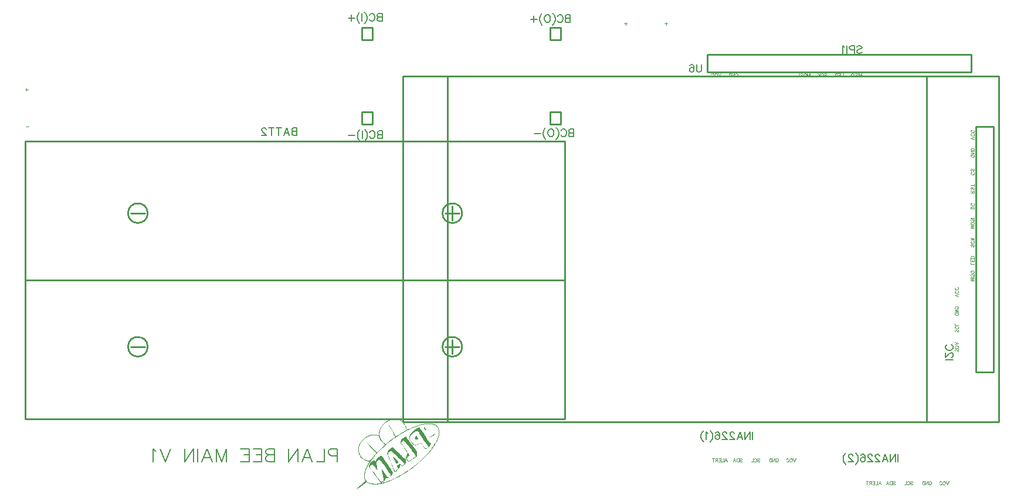
<source format=gbo>
G04 Layer: BottomSilkscreenLayer*
G04 EasyEDA v6.5.9, 2022-08-06 01:21:21*
G04 14fef34793594d2db1d7ff351c51599c,c09117847ad249c1abd8b20aa127d3a4,10*
G04 Gerber Generator version 0.2*
G04 Scale: 100 percent, Rotated: No, Reflected: No *
G04 Dimensions in millimeters *
G04 leading zeros omitted , absolute positions ,4 integer and 5 decimal *
%FSLAX45Y45*%
%MOMM*%

%ADD10C,0.2032*%
%ADD11C,0.1000*%
%ADD12C,0.1524*%
%ADD13C,0.2540*%

%LPD*%
G36*
X6412382Y1052728D02*
G01*
X6398260Y1052322D01*
X6383832Y1051407D01*
X6369558Y1049934D01*
X6355943Y1048003D01*
X6343345Y1045514D01*
X6332270Y1042669D01*
X6321602Y1038860D01*
X6310071Y1033881D01*
X6298895Y1028293D01*
X6288024Y1022045D01*
X6277508Y1015237D01*
X6267348Y1007871D01*
X6257594Y999998D01*
X6248247Y991565D01*
X6239357Y982726D01*
X6230975Y973480D01*
X6223050Y963828D01*
X6215634Y953820D01*
X6208826Y943508D01*
X6202527Y932891D01*
X6196838Y922019D01*
X6191808Y910945D01*
X6187389Y899668D01*
X6183680Y888237D01*
X6180632Y876706D01*
X6178296Y865073D01*
X6176721Y853389D01*
X6175913Y839063D01*
X6186271Y839063D01*
X6186322Y844600D01*
X6187033Y855573D01*
X6188405Y866495D01*
X6190386Y877265D01*
X6193028Y887882D01*
X6196330Y898347D01*
X6200190Y908659D01*
X6204712Y918768D01*
X6209792Y928674D01*
X6215430Y938326D01*
X6221679Y947724D01*
X6228486Y956919D01*
X6235852Y965758D01*
X6243726Y974344D01*
X6252108Y982573D01*
X6261049Y990498D01*
X6270447Y998067D01*
X6280353Y1005281D01*
X6290767Y1012088D01*
X6301587Y1018489D01*
X6312916Y1024483D01*
X6325057Y1030224D01*
X6336385Y1034948D01*
X6341668Y1036777D01*
X6346850Y1038301D01*
X6352184Y1039571D01*
X6363716Y1041349D01*
X6370269Y1042009D01*
X6385712Y1042822D01*
X6403238Y1043330D01*
X6418376Y1043178D01*
X6431838Y1042314D01*
X6438087Y1041603D01*
X6449923Y1039469D01*
X6461302Y1036319D01*
X6472783Y1032052D01*
X6484772Y1026617D01*
X6497777Y1019810D01*
X6502400Y1017016D01*
X6507073Y1013764D01*
X6511696Y1010107D01*
X6516268Y1005992D01*
X6520840Y1001521D01*
X6529628Y991565D01*
X6533896Y986180D01*
X6541922Y974648D01*
X6549288Y962304D01*
X6552641Y955954D01*
X6558584Y942949D01*
X6561175Y936345D01*
X6563461Y929792D01*
X6565442Y923239D01*
X6567119Y916686D01*
X6570065Y901242D01*
X6570167Y898956D01*
X6569862Y896772D01*
X6569049Y894689D01*
X6567525Y892505D01*
X6565290Y890168D01*
X6562090Y887577D01*
X6552539Y881075D01*
X6485331Y841095D01*
X6442913Y815594D01*
X6420561Y801878D01*
X6356553Y913688D01*
X6346444Y930554D01*
X6338366Y943305D01*
X6332220Y952195D01*
X6327800Y957478D01*
X6326174Y958748D01*
X6324955Y959256D01*
X6324142Y958900D01*
X6323634Y957783D01*
X6323482Y955852D01*
X6324346Y953719D01*
X6330797Y941324D01*
X6357721Y893013D01*
X6374942Y862736D01*
X6390233Y835253D01*
X6401816Y813612D01*
X6408318Y800506D01*
X6409182Y797966D01*
X6407200Y794664D01*
X6401816Y789178D01*
X6393891Y782421D01*
X6348171Y747979D01*
X6323380Y728827D01*
X6275882Y691388D01*
X6254394Y704850D01*
X6244386Y712266D01*
X6235090Y720496D01*
X6230670Y724865D01*
X6222441Y734161D01*
X6214973Y744118D01*
X6208318Y754684D01*
X6205270Y760171D01*
X6199835Y771550D01*
X6197447Y777392D01*
X6193332Y789482D01*
X6191605Y795680D01*
X6190132Y801979D01*
X6187897Y814781D01*
X6187084Y821334D01*
X6186322Y833475D01*
X6186271Y839063D01*
X6175913Y839063D01*
X6175603Y824433D01*
X6174232Y818540D01*
X6171031Y816965D01*
X6162090Y819048D01*
X6151829Y820623D01*
X6137300Y822198D01*
X6120384Y823569D01*
X6103112Y824534D01*
X6088583Y824941D01*
X6076442Y824585D01*
X6070955Y824128D01*
X6060440Y822502D01*
X6049721Y819861D01*
X6037732Y816102D01*
X6025794Y811834D01*
X6014415Y807110D01*
X6003594Y801979D01*
X5993231Y796340D01*
X5983224Y790194D01*
X5973521Y783386D01*
X5964021Y775970D01*
X5954623Y767791D01*
X5945327Y758901D01*
X5935929Y749147D01*
X5927039Y738987D01*
X5918911Y728522D01*
X5911494Y717854D01*
X5904788Y706882D01*
X5898794Y695756D01*
X5893612Y684479D01*
X5889091Y673049D01*
X5885332Y661517D01*
X5882335Y649935D01*
X5880100Y638352D01*
X5878525Y626719D01*
X5877763Y615137D01*
X5877695Y605485D01*
X5886450Y605485D01*
X5886602Y616356D01*
X5887516Y627278D01*
X5889091Y638149D01*
X5891377Y649020D01*
X5894324Y659790D01*
X5897930Y670458D01*
X5902198Y681024D01*
X5907024Y691438D01*
X5912459Y701598D01*
X5918504Y711606D01*
X5925058Y721309D01*
X5932220Y730758D01*
X5939840Y739902D01*
X5947968Y748639D01*
X5956604Y757072D01*
X5965698Y765048D01*
X5975248Y772617D01*
X5985205Y779729D01*
X5995619Y786333D01*
X6006388Y792378D01*
X6019850Y799084D01*
X6033109Y805129D01*
X6038951Y807415D01*
X6044488Y809244D01*
X6049975Y810717D01*
X6055664Y811885D01*
X6061760Y812749D01*
X6075934Y813917D01*
X6094374Y814578D01*
X6107633Y814730D01*
X6120434Y814476D01*
X6132423Y813816D01*
X6143040Y812800D01*
X6151880Y811530D01*
X6158484Y809955D01*
X6163818Y808126D01*
X6168237Y806145D01*
X6171844Y803960D01*
X6174841Y801319D01*
X6177381Y798068D01*
X6179667Y794004D01*
X6181852Y788924D01*
X6185966Y777341D01*
X6190386Y766826D01*
X6195568Y756615D01*
X6201460Y746709D01*
X6208064Y737209D01*
X6215380Y728014D01*
X6223304Y719277D01*
X6231940Y710946D01*
X6241186Y703072D01*
X6250990Y695706D01*
X6258052Y690930D01*
X6259576Y689711D01*
X6260693Y688441D01*
X6261354Y687120D01*
X6261455Y685546D01*
X6260998Y683666D01*
X6259779Y681380D01*
X6257848Y678637D01*
X6251448Y671322D01*
X6241135Y661009D01*
X6226454Y646887D01*
X6146495Y571652D01*
X6071514Y646480D01*
X6045758Y671372D01*
X6024981Y690372D01*
X6017209Y696976D01*
X6011570Y701344D01*
X6008319Y703224D01*
X6007658Y703122D01*
X6007709Y702310D01*
X6009843Y698804D01*
X6014415Y693013D01*
X6021120Y685139D01*
X6040069Y664464D01*
X6064605Y639216D01*
X6091021Y612597D01*
X6113526Y589432D01*
X6129731Y572109D01*
X6134760Y566369D01*
X6137402Y562965D01*
X6137757Y562254D01*
X6137198Y560832D01*
X6133033Y554634D01*
X6125616Y544931D01*
X6115812Y532942D01*
X6098387Y512267D01*
X6082182Y492251D01*
X6068822Y474929D01*
X6049772Y448411D01*
X6025896Y451510D01*
X6014364Y453593D01*
X6002426Y456692D01*
X5990386Y460756D01*
X5978398Y465683D01*
X5966815Y471373D01*
X5955792Y477723D01*
X5945632Y484530D01*
X5936589Y491794D01*
X5932424Y495706D01*
X5928258Y500227D01*
X5920130Y510590D01*
X5912408Y522528D01*
X5905347Y535533D01*
X5899048Y549148D01*
X5896305Y556056D01*
X5893866Y562914D01*
X5890006Y576478D01*
X5888583Y582980D01*
X5887618Y589280D01*
X5886653Y600049D01*
X5886450Y605485D01*
X5877695Y605485D01*
X5877966Y597865D01*
X5879033Y586486D01*
X5880862Y575259D01*
X5883452Y564235D01*
X5886754Y553364D01*
X5890818Y542798D01*
X5895644Y532434D01*
X5901232Y522427D01*
X5907532Y512775D01*
X5914644Y503428D01*
X5922467Y494538D01*
X5931306Y485800D01*
X5940348Y477824D01*
X5944819Y474218D01*
X5953963Y467817D01*
X5958636Y464870D01*
X5968542Y459638D01*
X5979312Y454964D01*
X5991250Y450697D01*
X6004712Y446735D01*
X6041136Y437438D01*
X6014415Y390804D01*
X6007201Y377545D01*
X6000546Y364642D01*
X5994501Y352094D01*
X5989015Y339852D01*
X5984087Y327914D01*
X5979769Y316280D01*
X5975959Y304850D01*
X5972759Y293674D01*
X5970066Y282651D01*
X5967882Y271881D01*
X5966256Y261213D01*
X5965139Y250647D01*
X5964529Y240233D01*
X5964377Y230632D01*
X5971540Y230632D01*
X5971743Y237896D01*
X5973013Y252831D01*
X5975502Y268274D01*
X5977178Y276199D01*
X5981395Y292455D01*
X5983935Y300736D01*
X5988253Y313385D01*
X5995009Y330657D01*
X6002782Y348284D01*
X6011621Y366268D01*
X6021476Y384606D01*
X6032347Y403250D01*
X6044184Y422097D01*
X6053683Y436422D01*
X6063691Y450900D01*
X6081522Y475183D01*
X6096762Y494792D01*
X6117031Y519430D01*
X6143040Y549198D01*
X6166053Y573989D01*
X6190284Y598830D01*
X6200292Y608736D01*
X6231331Y638302D01*
X6258356Y662736D01*
X6280708Y682142D01*
X6303721Y701344D01*
X6327241Y720344D01*
X6351371Y739038D01*
X6382308Y762050D01*
X6414058Y784555D01*
X6439966Y802132D01*
X6459677Y815035D01*
X6490665Y834440D01*
X6521754Y852678D01*
X6547002Y866698D01*
X6572503Y880110D01*
X6591655Y889812D01*
X6617157Y902055D01*
X6642506Y913637D01*
X6667550Y924356D01*
X6692138Y934313D01*
X6722109Y945387D01*
X6733794Y949452D01*
X6762089Y958392D01*
X6783679Y964387D01*
X6804152Y969213D01*
X6813956Y971245D01*
X6832549Y974293D01*
X6863537Y977646D01*
X6880859Y979220D01*
X6894220Y980186D01*
X6904380Y980541D01*
X6912254Y980389D01*
X6918706Y979678D01*
X6934860Y976934D01*
X6949694Y973785D01*
X6963206Y970076D01*
X6975500Y965911D01*
X6986625Y961136D01*
X6991705Y958545D01*
X6996531Y955802D01*
X7001103Y952855D01*
X7005320Y949807D01*
X7009333Y946556D01*
X7013041Y943152D01*
X7016496Y939546D01*
X7019696Y935736D01*
X7022642Y931773D01*
X7025335Y927658D01*
X7027773Y923290D01*
X7029958Y918768D01*
X7031939Y913993D01*
X7033666Y909015D01*
X7036511Y898448D01*
X7038441Y887018D01*
X7039559Y874623D01*
X7039864Y861263D01*
X7039559Y848664D01*
X7038695Y836726D01*
X7037222Y825144D01*
X7035038Y813714D01*
X7032091Y802132D01*
X7028332Y790143D01*
X7023608Y777443D01*
X7017867Y763828D01*
X7011060Y748995D01*
X7003135Y732739D01*
X6993737Y714756D01*
X6983526Y696620D01*
X6972452Y678434D01*
X6963664Y664718D01*
X6948017Y641807D01*
X6934657Y623417D01*
X6916978Y600405D01*
X6902094Y582066D01*
X6882587Y559155D01*
X6862165Y536295D01*
X6840829Y513638D01*
X6818630Y491134D01*
X6800342Y473354D01*
X6781596Y455676D01*
X6762394Y438200D01*
X6747713Y425246D01*
X6727850Y408178D01*
X6697319Y383032D01*
X6666128Y358546D01*
X6634327Y334822D01*
X6612788Y319379D01*
X6591096Y304342D01*
X6563766Y286105D01*
X6530644Y265125D01*
X6502907Y248412D01*
X6480657Y235610D01*
X6458407Y223266D01*
X6436106Y211480D01*
X6413855Y200253D01*
X6386169Y186994D01*
X6358585Y174701D01*
X6331254Y163423D01*
X6314998Y157124D01*
X6288074Y147472D01*
X6266840Y140563D01*
X6245860Y134366D01*
X6225133Y128879D01*
X6209792Y125323D01*
X6196431Y122682D01*
X6182360Y120497D01*
X6167678Y118770D01*
X6152692Y117449D01*
X6137554Y116585D01*
X6122568Y116230D01*
X6107938Y116281D01*
X6093866Y116789D01*
X6080556Y117754D01*
X6068314Y119176D01*
X6057290Y121107D01*
X6047689Y123494D01*
X6041898Y125425D01*
X6036056Y127863D01*
X6030366Y130657D01*
X6024727Y133858D01*
X6019190Y137414D01*
X6013856Y141274D01*
X6008725Y145440D01*
X6003798Y149860D01*
X5999175Y154482D01*
X5994806Y159308D01*
X5990793Y164236D01*
X5987186Y169367D01*
X5983935Y174548D01*
X5981141Y179832D01*
X5978804Y185115D01*
X5976924Y190398D01*
X5975248Y196697D01*
X5973876Y203149D01*
X5972810Y209753D01*
X5972098Y216560D01*
X5971641Y223520D01*
X5971540Y230632D01*
X5964377Y230632D01*
X5964631Y214172D01*
X5965190Y205841D01*
X5966053Y198577D01*
X5967374Y192074D01*
X5969101Y186029D01*
X5971387Y180136D01*
X5974130Y174142D01*
X5984341Y153720D01*
X5912764Y95554D01*
X5888278Y74980D01*
X5868720Y57607D01*
X5861405Y50749D01*
X5856173Y45466D01*
X5853277Y41910D01*
X5852769Y40944D01*
X5852668Y40233D01*
X5852871Y39725D01*
X5853328Y39522D01*
X5854141Y39522D01*
X5856681Y40386D01*
X5860796Y42418D01*
X5874308Y50647D01*
X5896254Y65227D01*
X5928207Y87172D01*
X5998667Y136245D01*
X6032042Y119989D01*
X6037275Y117652D01*
X6047333Y113944D01*
X6052413Y112471D01*
X6057646Y111252D01*
X6063234Y110235D01*
X6076035Y108712D01*
X6091783Y107645D01*
X6106922Y107035D01*
X6129629Y106883D01*
X6151880Y107848D01*
X6174079Y110032D01*
X6185306Y111556D01*
X6196584Y113436D01*
X6208014Y115620D01*
X6219647Y118160D01*
X6231483Y121056D01*
X6243624Y124307D01*
X6256070Y127914D01*
X6282029Y136296D01*
X6309715Y146253D01*
X6339484Y157835D01*
X6368846Y170027D01*
X6401206Y184607D01*
X6422796Y194970D01*
X6438950Y203047D01*
X6460439Y214274D01*
X6487312Y228955D01*
X6514033Y244398D01*
X6545986Y263855D01*
X6572453Y280873D01*
X6593484Y294944D01*
X6624828Y316890D01*
X6650685Y335889D01*
X6676339Y355549D01*
X6696659Y371703D01*
X6721856Y392480D01*
X6746697Y413816D01*
X6766356Y431292D01*
X6785762Y449122D01*
X6804964Y467309D01*
X6833311Y495249D01*
X6853631Y516178D01*
X6869633Y533146D01*
X6889902Y555548D01*
X6909003Y577596D01*
X6926884Y599338D01*
X6943598Y620776D01*
X6959092Y641858D01*
X6973366Y662635D01*
X6986473Y683056D01*
X6998411Y703173D01*
X7009079Y722934D01*
X7018629Y742391D01*
X7026909Y761492D01*
X7034022Y780288D01*
X7037120Y789533D01*
X7039914Y798677D01*
X7042403Y807770D01*
X7044588Y816762D01*
X7046468Y825703D01*
X7048398Y836777D01*
X7049922Y849630D01*
X7050531Y861923D01*
X7050227Y873709D01*
X7049008Y884986D01*
X7046874Y895756D01*
X7045452Y900937D01*
X7041896Y910996D01*
X7039762Y915873D01*
X7034784Y925321D01*
X7031939Y929894D01*
X7025538Y938733D01*
X7018172Y947216D01*
X7009790Y955344D01*
X7002018Y961796D01*
X6993686Y967435D01*
X6984695Y972312D01*
X6974992Y976477D01*
X6969861Y978306D01*
X6958939Y981405D01*
X6953148Y982726D01*
X6940753Y984808D01*
X6927342Y986282D01*
X6912762Y987145D01*
X6896963Y987450D01*
X6875881Y986942D01*
X6854596Y985367D01*
X6832955Y982776D01*
X6810908Y979068D01*
X6788302Y974242D01*
X6765086Y968298D01*
X6741109Y961186D01*
X6716268Y952855D01*
X6690512Y943305D01*
X6663740Y932535D01*
X6615328Y911656D01*
X6597954Y904849D01*
X6585508Y900684D01*
X6581698Y899769D01*
X6579870Y899820D01*
X6578295Y901700D01*
X6577025Y904900D01*
X6576161Y909116D01*
X6575602Y918260D01*
X6574993Y923188D01*
X6573926Y928369D01*
X6572503Y933754D01*
X6570675Y939393D01*
X6566103Y951026D01*
X6560312Y962863D01*
X6557060Y968756D01*
X6549898Y980236D01*
X6546037Y985723D01*
X6537858Y995984D01*
X6533591Y1000658D01*
X6524447Y1009650D01*
X6515049Y1017828D01*
X6505448Y1025093D01*
X6500571Y1028446D01*
X6490563Y1034491D01*
X6480302Y1039672D01*
X6475069Y1042009D01*
X6464350Y1045971D01*
X6458864Y1047699D01*
X6448704Y1050188D01*
X6438087Y1051661D01*
X6425844Y1052525D01*
G37*
G36*
X6828028Y934415D02*
G01*
X6825945Y934212D01*
X6824573Y932637D01*
X6823709Y929792D01*
X6823456Y925626D01*
X6824573Y920394D01*
X6827520Y914196D01*
X6831838Y907592D01*
X6837019Y901242D01*
X6842506Y895603D01*
X6847789Y891387D01*
X6852412Y889050D01*
X6855815Y889203D01*
X6857898Y891235D01*
X6858914Y893927D01*
X6858863Y897229D01*
X6857796Y901192D01*
X6855663Y905662D01*
X6852513Y910691D01*
X6848398Y916127D01*
X6843318Y921969D01*
X6838340Y927100D01*
X6834174Y930910D01*
X6830720Y933348D01*
G37*
G36*
X6759905Y934364D02*
G01*
X6726123Y917244D01*
X6712356Y909523D01*
X6699351Y901496D01*
X6687210Y893165D01*
X6675932Y884529D01*
X6665518Y875690D01*
X6656070Y866648D01*
X6647484Y857402D01*
X6639915Y848004D01*
X6633311Y838453D01*
X6627723Y828802D01*
X6623202Y819099D01*
X6619697Y809294D01*
X6618376Y804418D01*
X6616496Y794562D01*
X6615684Y787247D01*
X6615379Y780897D01*
X6615637Y775868D01*
X6624624Y775868D01*
X6624624Y780491D01*
X6624980Y785114D01*
X6625691Y789686D01*
X6626707Y794207D01*
X6628079Y798677D01*
X6629806Y803148D01*
X6631838Y807567D01*
X6634225Y811936D01*
X6636918Y816305D01*
X6640017Y820674D01*
X6647129Y829310D01*
X6655663Y837895D01*
X6665569Y846429D01*
X6676847Y854964D01*
X6682994Y859231D01*
X6688175Y862533D01*
X6693560Y865632D01*
X6698996Y868426D01*
X6704431Y870915D01*
X6709613Y872947D01*
X6714439Y874572D01*
X6718706Y875639D01*
X6722364Y876147D01*
X6726986Y876198D01*
X6730949Y875842D01*
X6734454Y874877D01*
X6737705Y873150D01*
X6740906Y870559D01*
X6744208Y867003D01*
X6747916Y862330D01*
X6756763Y849325D01*
X6766458Y849325D01*
X6766814Y852678D01*
X6767830Y856487D01*
X6769303Y860298D01*
X6771081Y863650D01*
X6773519Y867206D01*
X6774942Y868375D01*
X6775551Y867206D01*
X6775703Y863650D01*
X6775348Y860298D01*
X6774332Y856487D01*
X6772859Y852678D01*
X6771081Y849325D01*
X6768642Y845769D01*
X6767220Y844600D01*
X6766610Y845769D01*
X6766458Y849325D01*
X6756763Y849325D01*
X6762140Y840282D01*
X6765188Y834237D01*
X6766306Y830630D01*
X6766712Y828649D01*
X6767728Y827024D01*
X6769252Y825957D01*
X6772909Y824992D01*
X6774434Y823417D01*
X6775450Y821182D01*
X6776212Y815644D01*
X6777126Y813358D01*
X6778548Y811834D01*
X6780695Y810971D01*
X6790131Y810971D01*
X6790486Y812952D01*
X6791553Y814984D01*
X6793026Y816914D01*
X6794906Y818388D01*
X6796735Y818946D01*
X6798259Y818286D01*
X6799275Y816559D01*
X6799681Y813917D01*
X6799275Y811022D01*
X6798259Y808685D01*
X6796735Y807059D01*
X6794906Y806500D01*
X6793026Y806856D01*
X6791553Y807821D01*
X6790486Y809244D01*
X6790131Y810971D01*
X6780695Y810971D01*
X6782765Y809853D01*
X6786524Y805992D01*
X6790944Y800303D01*
X6795516Y793394D01*
X6809943Y769924D01*
X6821678Y751332D01*
X6831126Y737057D01*
X6838543Y726795D01*
X6844284Y719988D01*
X6846620Y717753D01*
X6848652Y716280D01*
X6850481Y715416D01*
X6852056Y715213D01*
X6853529Y715518D01*
X6857644Y718362D01*
X6859778Y719175D01*
X6861098Y718718D01*
X6861556Y716991D01*
X6861098Y714908D01*
X6859879Y712927D01*
X6858101Y711301D01*
X6855917Y710133D01*
X6854748Y707796D01*
X6856475Y702614D01*
X6860895Y694994D01*
X6874611Y675640D01*
X6880199Y666496D01*
X6884009Y658774D01*
X6885381Y653592D01*
X6884009Y649274D01*
X6880250Y643991D01*
X6874713Y638352D01*
X6867906Y633069D01*
X6850481Y621233D01*
X6805625Y682802D01*
X6789775Y703630D01*
X6788302Y704291D01*
X6785711Y704291D01*
X6782053Y703681D01*
X6777481Y702513D01*
X6772097Y700836D01*
X6759346Y696010D01*
X6745224Y689914D01*
X6731660Y684580D01*
X6719671Y680516D01*
X6714744Y679094D01*
X6710781Y678230D01*
X6707936Y677926D01*
X6704330Y678281D01*
X6700215Y679196D01*
X6695744Y680720D01*
X6691020Y682752D01*
X6686092Y685190D01*
X6681114Y688035D01*
X6676136Y691235D01*
X6671259Y694690D01*
X6666585Y698347D01*
X6662216Y702157D01*
X6658254Y706069D01*
X6654749Y710031D01*
X6646468Y720953D01*
X6639509Y731520D01*
X6636512Y736701D01*
X6633870Y741781D01*
X6631533Y746861D01*
X6627875Y756716D01*
X6626555Y761593D01*
X6625590Y766419D01*
X6624929Y771144D01*
X6624624Y775868D01*
X6615637Y775868D01*
X6616750Y769061D01*
X6618630Y762762D01*
X6621475Y755548D01*
X6625336Y747064D01*
X6633718Y730351D01*
X6640474Y718566D01*
X6647383Y708253D01*
X6654546Y699312D01*
X6658203Y695401D01*
X6661962Y691794D01*
X6665772Y688543D01*
X6669684Y685647D01*
X6673646Y683107D01*
X6677761Y680872D01*
X6681927Y678992D01*
X6686194Y677418D01*
X6690563Y676198D01*
X6695033Y675335D01*
X6699656Y674776D01*
X6704380Y674522D01*
X6709206Y674624D01*
X6714185Y675030D01*
X6719316Y675792D01*
X6724599Y676859D01*
X6735521Y679907D01*
X6747154Y684174D01*
X6785254Y701294D01*
X6809892Y666851D01*
X6828637Y641908D01*
X6836308Y632155D01*
X6842709Y624484D01*
X6847535Y619150D01*
X6850684Y616356D01*
X6851548Y616000D01*
X6853580Y616610D01*
X6856831Y618439D01*
X6861251Y621385D01*
X6873392Y630529D01*
X6889496Y643737D01*
X6898894Y651713D01*
X6903313Y656183D01*
X6908139Y662178D01*
X6913016Y669188D01*
X6917690Y676656D01*
X6921855Y684123D01*
X6925208Y691083D01*
X6927443Y697026D01*
X6928205Y701395D01*
X6927646Y703021D01*
X6926122Y703986D01*
X6923836Y704138D01*
X6918198Y702818D01*
X6915912Y703326D01*
X6914489Y704850D01*
X6913168Y710438D01*
X6911136Y713994D01*
X6908139Y717600D01*
X6900722Y723849D01*
X6897674Y727202D01*
X6895642Y730351D01*
X6894169Y735736D01*
X6892239Y739190D01*
X6889343Y742950D01*
X6881774Y750976D01*
X6877608Y756818D01*
X6873697Y763422D01*
X6867753Y776122D01*
X6864451Y781710D01*
X6861149Y786180D01*
X6855866Y790905D01*
X6853885Y793597D01*
X6852513Y796594D01*
X6851650Y802284D01*
X6850583Y804468D01*
X6848957Y805942D01*
X6845249Y806856D01*
X6844284Y807872D01*
X6844131Y809396D01*
X6845655Y813104D01*
X6845503Y814628D01*
X6844538Y815644D01*
X6840829Y816559D01*
X6839254Y818134D01*
X6838137Y820369D01*
X6837324Y825906D01*
X6836105Y828192D01*
X6834378Y829716D01*
X6830263Y830529D01*
X6829145Y831138D01*
X6828840Y832053D01*
X6829552Y833170D01*
X6829755Y835304D01*
X6828129Y838911D01*
X6825081Y843534D01*
X6815988Y854252D01*
X6811670Y860247D01*
X6808216Y865835D01*
X6803999Y874877D01*
X6800291Y880414D01*
X6795566Y886307D01*
X6784543Y897788D01*
X6778498Y904951D01*
X6772960Y912368D01*
X6768592Y919226D01*
G37*
G36*
X6990943Y858266D02*
G01*
X6989368Y857605D01*
X6987184Y855878D01*
X6984339Y853084D01*
X6977075Y844296D01*
X6968642Y832815D01*
X6964476Y827989D01*
X6960108Y823671D01*
X6955485Y819810D01*
X6950354Y816254D01*
X6944715Y812952D01*
X6938416Y809853D01*
X6921144Y802233D01*
X6913118Y797915D01*
X6908190Y794258D01*
X6907072Y791768D01*
X6909511Y790803D01*
X6914337Y791159D01*
X6920941Y792734D01*
X6928815Y795324D01*
X6937349Y798677D01*
X6946036Y802640D01*
X6954316Y807008D01*
X6961581Y811530D01*
X6967118Y816254D01*
X6973265Y823112D01*
X6979310Y831087D01*
X6984542Y839317D01*
X6987692Y845210D01*
X6989978Y850036D01*
X6991350Y853694D01*
X6992010Y856335D01*
X6991807Y857808D01*
G37*
G36*
X6718757Y806399D02*
G01*
X6714591Y805535D01*
X6710273Y803503D01*
X6706108Y800303D01*
X6702298Y795883D01*
X6699453Y791210D01*
X6697421Y786536D01*
X6696151Y781913D01*
X6695592Y777392D01*
X6695744Y773074D01*
X6696456Y768959D01*
X6697827Y765200D01*
X6699707Y761746D01*
X6702094Y758748D01*
X6704990Y756310D01*
X6708241Y754380D01*
X6711899Y753059D01*
X6715912Y752449D01*
X6720230Y752551D01*
X6724751Y753516D01*
X6729526Y755345D01*
X6735673Y758799D01*
X6739077Y762406D01*
X6740093Y766978D01*
X6739178Y773176D01*
X6737756Y777900D01*
X6735927Y782015D01*
X6734048Y785114D01*
X6730695Y788009D01*
X6729425Y790448D01*
X6728561Y793699D01*
X6728206Y797356D01*
X6727494Y801522D01*
X6725462Y804367D01*
X6722465Y805992D01*
G37*
G36*
X6564426Y801725D02*
G01*
X6561378Y801166D01*
X6557264Y799541D01*
X6552336Y797052D01*
X6546799Y793851D01*
X6540804Y790041D01*
X6528511Y781253D01*
X6522618Y776579D01*
X6517131Y771906D01*
X6512306Y767435D01*
X6508343Y763320D01*
X6505448Y759612D01*
X6501079Y752398D01*
X6497015Y744372D01*
X6493510Y736092D01*
X6490614Y728014D01*
X6488531Y720598D01*
X6487363Y714298D01*
X6487363Y710234D01*
X6498640Y710234D01*
X6499555Y713232D01*
X6503111Y717905D01*
X6508699Y723646D01*
X6515811Y729742D01*
X6523228Y735533D01*
X6529831Y740206D01*
X6534861Y743407D01*
X6537604Y744575D01*
X6538264Y744220D01*
X6541007Y741324D01*
X6549363Y731215D01*
X6561785Y731215D01*
X6562293Y732586D01*
X6564985Y733450D01*
X6567881Y731774D01*
X6570167Y728319D01*
X6571081Y723798D01*
X6570675Y722172D01*
X6569557Y721766D01*
X6567779Y722528D01*
X6565442Y724509D01*
X6563461Y726897D01*
X6562191Y729183D01*
X6561785Y731215D01*
X6549363Y731215D01*
X6568885Y706069D01*
X6614515Y706069D01*
X6614922Y708355D01*
X6615836Y709980D01*
X6616903Y710336D01*
X6617766Y709320D01*
X6618224Y707034D01*
X6618325Y703732D01*
X6618020Y700379D01*
X6617360Y698754D01*
X6616496Y698906D01*
X6615430Y700836D01*
X6614718Y703478D01*
X6614515Y706069D01*
X6568885Y706069D01*
X6588861Y679348D01*
X6647341Y599897D01*
X6653682Y599897D01*
X6654444Y601726D01*
X6655714Y603554D01*
X6657136Y605078D01*
X6658406Y606094D01*
X6659473Y606501D01*
X6660286Y606094D01*
X6660946Y605078D01*
X6661403Y603554D01*
X6661466Y601319D01*
X6671665Y601319D01*
X6672072Y603605D01*
X6672986Y605180D01*
X6674053Y605586D01*
X6674916Y604570D01*
X6675374Y602284D01*
X6675475Y598932D01*
X6675120Y595630D01*
X6674510Y594004D01*
X6673646Y594156D01*
X6672580Y596087D01*
X6671868Y598728D01*
X6671665Y601319D01*
X6661466Y601319D01*
X6661150Y599897D01*
X6660083Y598373D01*
X6658457Y597357D01*
X6656527Y596950D01*
X6654800Y597357D01*
X6653834Y598373D01*
X6653682Y599897D01*
X6647341Y599897D01*
X6653401Y591616D01*
X6700266Y591616D01*
X6700570Y595325D01*
X6701281Y598220D01*
X6702196Y599389D01*
X6702907Y598170D01*
X6703364Y594918D01*
X6703517Y589838D01*
X6703263Y584962D01*
X6702704Y582218D01*
X6701993Y581812D01*
X6701129Y583946D01*
X6700469Y587705D01*
X6700266Y591616D01*
X6653401Y591616D01*
X6663795Y577545D01*
X6714540Y577545D01*
X6714896Y579780D01*
X6715810Y581406D01*
X6716928Y581812D01*
X6717741Y580745D01*
X6718249Y578459D01*
X6718350Y575157D01*
X6717995Y571804D01*
X6717385Y570179D01*
X6716522Y570331D01*
X6715455Y572262D01*
X6714693Y574903D01*
X6714540Y577545D01*
X6663795Y577545D01*
X6689242Y543458D01*
X6696964Y532434D01*
X6702856Y522681D01*
X6704939Y518617D01*
X6706311Y515264D01*
X6706971Y512724D01*
X6706768Y511200D01*
X6704431Y508762D01*
X6700215Y505561D01*
X6694779Y502056D01*
X6685178Y496722D01*
X6676491Y491286D01*
X6666585Y484378D01*
X6656628Y476910D01*
X6644030Y466750D01*
X6636562Y461060D01*
X6629653Y456133D01*
X6623354Y452069D01*
X6617766Y448868D01*
X6612890Y446481D01*
X6608775Y445058D01*
X6605524Y444601D01*
X6602730Y446227D01*
X6598158Y450697D01*
X6592468Y457301D01*
X6586372Y465328D01*
X6571437Y486105D01*
X6582613Y496620D01*
X6586880Y501345D01*
X6590182Y506425D01*
X6592214Y511200D01*
X6592671Y515162D01*
X6592366Y517804D01*
X6592468Y519074D01*
X6592824Y518871D01*
X6594652Y514908D01*
X6596176Y512978D01*
X6597903Y511708D01*
X6599681Y511251D01*
X6604406Y513384D01*
X6610756Y518363D01*
X6616293Y524052D01*
X6618681Y528269D01*
X6617309Y530961D01*
X6607759Y545236D01*
X6588455Y572668D01*
X6579717Y585419D01*
X6554317Y624382D01*
X6521704Y673303D01*
X6504076Y700633D01*
X6499453Y708456D01*
X6498640Y710234D01*
X6487363Y710234D01*
X6487363Y709625D01*
X6488633Y707085D01*
X6490512Y705256D01*
X6497828Y695960D01*
X6509918Y678891D01*
X6527088Y653796D01*
X6549542Y620318D01*
X6590538Y558444D01*
X6565696Y486460D01*
X6593890Y446887D01*
X6597396Y442366D01*
X6600342Y439115D01*
X6602933Y437032D01*
X6605270Y435965D01*
X6607556Y435864D01*
X6609994Y436473D01*
X6615988Y439724D01*
X6623507Y444246D01*
X6632244Y450088D01*
X6642201Y457250D01*
X6652158Y464870D01*
X6662064Y472795D01*
X6672529Y480618D01*
X6682740Y487527D01*
X6692646Y493471D01*
X6701942Y498348D01*
X6710476Y501954D01*
X6714439Y503326D01*
X6717893Y505764D01*
X6720890Y510844D01*
X6723329Y518363D01*
X6725158Y528167D01*
X6727342Y546608D01*
X6727952Y554278D01*
X6728155Y561035D01*
X6728002Y566978D01*
X6727393Y572312D01*
X6726428Y577088D01*
X6724954Y581456D01*
X6723024Y585571D01*
X6720636Y589483D01*
X6717741Y593344D01*
X6709156Y603707D01*
X6705244Y609955D01*
X6703059Y615289D01*
X6702653Y622858D01*
X6698843Y625500D01*
X6692341Y626618D01*
X6683806Y625957D01*
X6682536Y626110D01*
X6681927Y626872D01*
X6681978Y628243D01*
X6682790Y629970D01*
X6683095Y635711D01*
X6680098Y644144D01*
X6674815Y653338D01*
X6668211Y661162D01*
X6665112Y664514D01*
X6654952Y677214D01*
X6632956Y706831D01*
X6616598Y728116D01*
X6598513Y753110D01*
X6590233Y765048D01*
X6583121Y775766D01*
X6577584Y784555D01*
X6574129Y790702D01*
X6571742Y796137D01*
X6569557Y799033D01*
X6567017Y801014D01*
G37*
G36*
X6375095Y643585D02*
G01*
X6371437Y642975D01*
X6366662Y640892D01*
X6360464Y637336D01*
X6342024Y625195D01*
X6334150Y619658D01*
X6327495Y614578D01*
X6321856Y609650D01*
X6317030Y604723D01*
X6312865Y599643D01*
X6310697Y596392D01*
X6335166Y596392D01*
X6335928Y599084D01*
X6338316Y604012D01*
X6340398Y606196D01*
X6341922Y605586D01*
X6342532Y602030D01*
X6342126Y600049D01*
X6341110Y597966D01*
X6339636Y596087D01*
X6337808Y594614D01*
X6336131Y594004D01*
X6335268Y594664D01*
X6335166Y596392D01*
X6310697Y596392D01*
X6309207Y594156D01*
X6305854Y588060D01*
X6302603Y581152D01*
X6298336Y570382D01*
X6295644Y561187D01*
X6295082Y557022D01*
X6306464Y557022D01*
X6306667Y559612D01*
X6307226Y561746D01*
X6308140Y563575D01*
X6309309Y565048D01*
X6312509Y567588D01*
X6319469Y571652D01*
X6324904Y575360D01*
X6330238Y579424D01*
X6334760Y583336D01*
X6339078Y586740D01*
X6343700Y589534D01*
X6348120Y591362D01*
X6351727Y591972D01*
X6352641Y591718D01*
X6355842Y589635D01*
X6364376Y582676D01*
X6390690Y582676D01*
X6390944Y587095D01*
X6391605Y591007D01*
X6392468Y592937D01*
X6393129Y592023D01*
X6393637Y588518D01*
X6393789Y582676D01*
X6393637Y576884D01*
X6393129Y573379D01*
X6392468Y572414D01*
X6391605Y574344D01*
X6390944Y578256D01*
X6390690Y582676D01*
X6364376Y582676D01*
X6380226Y568452D01*
X6390556Y558850D01*
X6409791Y558850D01*
X6410045Y562051D01*
X6410807Y564845D01*
X6411722Y566216D01*
X6412484Y565505D01*
X6412992Y563016D01*
X6413195Y558850D01*
X6412992Y554736D01*
X6412484Y552196D01*
X6411722Y551535D01*
X6410807Y552907D01*
X6410045Y555701D01*
X6409791Y558850D01*
X6390556Y558850D01*
X6405523Y544576D01*
X6461556Y544576D01*
X6461963Y546455D01*
X6463030Y547928D01*
X6464655Y548995D01*
X6466586Y549351D01*
X6468313Y548995D01*
X6469278Y547928D01*
X6469430Y546455D01*
X6468719Y544576D01*
X6466027Y541223D01*
X6464706Y540207D01*
X6463690Y539800D01*
X6462826Y540207D01*
X6462166Y541223D01*
X6461709Y542747D01*
X6461556Y544576D01*
X6405523Y544576D01*
X6426615Y523900D01*
X6434886Y523900D01*
X6435598Y525881D01*
X6438392Y529336D01*
X6440576Y529996D01*
X6441998Y527812D01*
X6442506Y522884D01*
X6442151Y520242D01*
X6441084Y518515D01*
X6440146Y518109D01*
X6485382Y518109D01*
X6485737Y521004D01*
X6486753Y523341D01*
X6488277Y524967D01*
X6490157Y525526D01*
X6491986Y525170D01*
X6493510Y524205D01*
X6494526Y522782D01*
X6494881Y521055D01*
X6494526Y519074D01*
X6493510Y517042D01*
X6491986Y515112D01*
X6490157Y513638D01*
X6488277Y513080D01*
X6486753Y513740D01*
X6485737Y515467D01*
X6485382Y518109D01*
X6440146Y518109D01*
X6439560Y517855D01*
X6437680Y518464D01*
X6436004Y519938D01*
X6435039Y521868D01*
X6434886Y523900D01*
X6426615Y523900D01*
X6444640Y505917D01*
X6462166Y505917D01*
X6462471Y509574D01*
X6463182Y512521D01*
X6464096Y513689D01*
X6464808Y512470D01*
X6465265Y509168D01*
X6465356Y502920D01*
X6500012Y502920D01*
X6500215Y508000D01*
X6501180Y512165D01*
X6502603Y514959D01*
X6504431Y516026D01*
X6507581Y515213D01*
X6508597Y512572D01*
X6507581Y507441D01*
X6504431Y499364D01*
X6503126Y496570D01*
X6514541Y496570D01*
X6514896Y498805D01*
X6515811Y500430D01*
X6516928Y500837D01*
X6517741Y499770D01*
X6518249Y497484D01*
X6518351Y494182D01*
X6517995Y490880D01*
X6517385Y489254D01*
X6516522Y489356D01*
X6515455Y491286D01*
X6514693Y493979D01*
X6514541Y496570D01*
X6503126Y496570D01*
X6502247Y494690D01*
X6500977Y493623D01*
X6500317Y496265D01*
X6500012Y502920D01*
X6465356Y502920D01*
X6465163Y499211D01*
X6464604Y496519D01*
X6463893Y496112D01*
X6463030Y498246D01*
X6462369Y501954D01*
X6462166Y505917D01*
X6444640Y505917D01*
X6472827Y477926D01*
X6485991Y477926D01*
X6486245Y481076D01*
X6487007Y483870D01*
X6487922Y485241D01*
X6488684Y484581D01*
X6489192Y482092D01*
X6489375Y477520D01*
X6533591Y477520D01*
X6533946Y479806D01*
X6534861Y481380D01*
X6535978Y481787D01*
X6536791Y480720D01*
X6537299Y478434D01*
X6537401Y475132D01*
X6537045Y471830D01*
X6536435Y470204D01*
X6535572Y470306D01*
X6534505Y472236D01*
X6533743Y474929D01*
X6533591Y477520D01*
X6489375Y477520D01*
X6489192Y473760D01*
X6488684Y471271D01*
X6487922Y470611D01*
X6487007Y471982D01*
X6486245Y474726D01*
X6485991Y477926D01*
X6472827Y477926D01*
X6493357Y457860D01*
X6512661Y439369D01*
X6526479Y426567D01*
X6530898Y422757D01*
X6538163Y416966D01*
X6542887Y412546D01*
X6546088Y408838D01*
X6547256Y406298D01*
X6546189Y403504D01*
X6543294Y399542D01*
X6539128Y394919D01*
X6534150Y390042D01*
X6528917Y385470D01*
X6523888Y381609D01*
X6519621Y378917D01*
X6516624Y377901D01*
X6513576Y379120D01*
X6508800Y382371D01*
X6502806Y387197D01*
X6490614Y398373D01*
X6485585Y402132D01*
X6480911Y404164D01*
X6476187Y404520D01*
X6470954Y403098D01*
X6464757Y399897D01*
X6457188Y394817D01*
X6444081Y385013D01*
X6441338Y382524D01*
X6439611Y380136D01*
X6438849Y377393D01*
X6439001Y373989D01*
X6439966Y369570D01*
X6444437Y355955D01*
X6452514Y332689D01*
X6432600Y314807D01*
X6424625Y307898D01*
X6417513Y302209D01*
X6412128Y298399D01*
X6409232Y296976D01*
X6408115Y297586D01*
X6406540Y299567D01*
X6402019Y307644D01*
X6395415Y321818D01*
X6386474Y342595D01*
X6374942Y370535D01*
X6356553Y416356D01*
X6337300Y465124D01*
X6319316Y511860D01*
X6313424Y528320D01*
X6309410Y540918D01*
X6307175Y550265D01*
X6306616Y553974D01*
X6306464Y557022D01*
X6295082Y557022D01*
X6294678Y554024D01*
X6295542Y549351D01*
X6298387Y543204D01*
X6309461Y516534D01*
X6323279Y481939D01*
X6334709Y454050D01*
X6341008Y439521D01*
X6353302Y409041D01*
X6371691Y362407D01*
X6387846Y322224D01*
X6397955Y298704D01*
X6401206Y292201D01*
X6403492Y288544D01*
X6404356Y287731D01*
X6404965Y287477D01*
X6406896Y287934D01*
X6409588Y289255D01*
X6416903Y294233D01*
X6426098Y301548D01*
X6436410Y310540D01*
X6446926Y320446D01*
X6456883Y330403D01*
X6465417Y339801D01*
X6468872Y344017D01*
X6471666Y347827D01*
X6476288Y354787D01*
X6479743Y360629D01*
X6482029Y365810D01*
X6483197Y370687D01*
X6483350Y375615D01*
X6482537Y381000D01*
X6480759Y387197D01*
X6478066Y394563D01*
X6477660Y397611D01*
X6480149Y397154D01*
X6485534Y393192D01*
X6493764Y385724D01*
X6513068Y367284D01*
X6542785Y390144D01*
X6548221Y394868D01*
X6552539Y399288D01*
X6556044Y403758D01*
X6558788Y408482D01*
X6561074Y413766D01*
X6563055Y419912D01*
X6564833Y427126D01*
X6566153Y433832D01*
X6566966Y440588D01*
X6567322Y447192D01*
X6567271Y453542D01*
X6566814Y459485D01*
X6565950Y464921D01*
X6564731Y469747D01*
X6563207Y473760D01*
X6561378Y476910D01*
X6559296Y478993D01*
X6556959Y479958D01*
X6551726Y479348D01*
X6548678Y480263D01*
X6545529Y482142D01*
X6539992Y487375D01*
X6536994Y489051D01*
X6534099Y489661D01*
X6531711Y489051D01*
X6530035Y488238D01*
X6529070Y488289D01*
X6528968Y489153D01*
X6529730Y490778D01*
X6529527Y494080D01*
X6526631Y499414D01*
X6521653Y506120D01*
X6514998Y513435D01*
X6508242Y519887D01*
X6501587Y525830D01*
X6495288Y530910D01*
X6489801Y534974D01*
X6485432Y537718D01*
X6482537Y538937D01*
X6481419Y538429D01*
X6483248Y533704D01*
X6482994Y531418D01*
X6481927Y529234D01*
X6479997Y527558D01*
X6477660Y526694D01*
X6476492Y527862D01*
X6476492Y531215D01*
X6478727Y542848D01*
X6478422Y547268D01*
X6476746Y550367D01*
X6470751Y553923D01*
X6468465Y556260D01*
X6466890Y558952D01*
X6465976Y564337D01*
X6465112Y566470D01*
X6463741Y567893D01*
X6460794Y569010D01*
X6454851Y573379D01*
X6445453Y581202D01*
X6420815Y602843D01*
X6407962Y614578D01*
X6396278Y625602D01*
X6380734Y641197D01*
X6378041Y642975D01*
G37*
G36*
X6204204Y519887D02*
G01*
X6198971Y518566D01*
X6192723Y515823D01*
X6185204Y511505D01*
X6176010Y505663D01*
X6169964Y501497D01*
X6164580Y497281D01*
X6159855Y493014D01*
X6155588Y488492D01*
X6151778Y483717D01*
X6148273Y478485D01*
X6145022Y472744D01*
X6131001Y442874D01*
X6129578Y440182D01*
X6128207Y440232D01*
X6125667Y441858D01*
X6122212Y444754D01*
X6118250Y448716D01*
X6108395Y459333D01*
X6086449Y444652D01*
X6065266Y431139D01*
X6062167Y428853D01*
X6059068Y425958D01*
X6056071Y422503D01*
X6053124Y418388D01*
X6050280Y413766D01*
X6047536Y408584D01*
X6044946Y402945D01*
X6042456Y396798D01*
X6032601Y370484D01*
X6033007Y369874D01*
X6043269Y369874D01*
X6043269Y370535D01*
X6046266Y372516D01*
X6051702Y375513D01*
X6066383Y382778D01*
X6081014Y389331D01*
X6086297Y391414D01*
X6089142Y392226D01*
X6090513Y391464D01*
X6095949Y385978D01*
X6104128Y376478D01*
X6113932Y364286D01*
X6124244Y350875D01*
X6133947Y337667D01*
X6142024Y326136D01*
X6147308Y317703D01*
X6150406Y310896D01*
X6151930Y309372D01*
X6153150Y310235D01*
X6153962Y313182D01*
X6154318Y317957D01*
X6154216Y324256D01*
X6153556Y331774D01*
X6149492Y358698D01*
X6146850Y378561D01*
X6144514Y399643D01*
X6143142Y408838D01*
X6141720Y416306D01*
X6140348Y421081D01*
X6140500Y425602D01*
X6143904Y431546D01*
X6150711Y439166D01*
X6161074Y448462D01*
X6178296Y462534D01*
X6183934Y466801D01*
X6186525Y468376D01*
X6188303Y466851D01*
X6191910Y462737D01*
X6209334Y439978D01*
X6218174Y429361D01*
X6227622Y418541D01*
X6244437Y400202D01*
X6250838Y392023D01*
X6255207Y385368D01*
X6256782Y381050D01*
X6257340Y378155D01*
X6258915Y375361D01*
X6261150Y373024D01*
X6266738Y369824D01*
X6268974Y367538D01*
X6270548Y364794D01*
X6271666Y358902D01*
X6273241Y355498D01*
X6275527Y352145D01*
X6280962Y346710D01*
X6318707Y346659D01*
X6319215Y351586D01*
X6320637Y353771D01*
X6322822Y353161D01*
X6325666Y349656D01*
X6326327Y347726D01*
X6326174Y345643D01*
X6325209Y343763D01*
X6323533Y342239D01*
X6321653Y341680D01*
X6320129Y342341D01*
X6319113Y344017D01*
X6318707Y346659D01*
X6280999Y346659D01*
X6282740Y344271D01*
X6283553Y342239D01*
X6282944Y339293D01*
X6284112Y336854D01*
X6286449Y333857D01*
X6294120Y325932D01*
X6299250Y318871D01*
X6304635Y310438D01*
X6314897Y291236D01*
X6319774Y282803D01*
X6324092Y276199D01*
X6327902Y271373D01*
X6331254Y268325D01*
X6334150Y267055D01*
X6336639Y267411D01*
X6340195Y271068D01*
X6340906Y270459D01*
X6340805Y267716D01*
X6339128Y257759D01*
X6339332Y253085D01*
X6340348Y249428D01*
X6342126Y247192D01*
X6344107Y245668D01*
X6345783Y243890D01*
X6346850Y242112D01*
X6347256Y240436D01*
X6345428Y237896D01*
X6340500Y233375D01*
X6333490Y227685D01*
X6325463Y221589D01*
X6317335Y215747D01*
X6310172Y210972D01*
X6304889Y207924D01*
X6302552Y207416D01*
X6252514Y282498D01*
X6242659Y296570D01*
X6234734Y307238D01*
X6228588Y314706D01*
X6224016Y319074D01*
X6222339Y320141D01*
X6220968Y320497D01*
X6219952Y320192D01*
X6219240Y319176D01*
X6218834Y317550D01*
X6218732Y315315D01*
X6219291Y309778D01*
X6220917Y299567D01*
X6226454Y269798D01*
X6233566Y234848D01*
X6245250Y181965D01*
X6246723Y174142D01*
X6247282Y169926D01*
X6245656Y167030D01*
X6241440Y162610D01*
X6235395Y157378D01*
X6228384Y151942D01*
X6221222Y146862D01*
X6214821Y142798D01*
X6209944Y140411D01*
X6207455Y140309D01*
X6185204Y170789D01*
X6171793Y188772D01*
X6156553Y208432D01*
X6142786Y225552D01*
X6129528Y242671D01*
X6112002Y266700D01*
X6087770Y301193D01*
X6069330Y328218D01*
X6054344Y351028D01*
X6048806Y359816D01*
X6045047Y366217D01*
X6043269Y369874D01*
X6033007Y369874D01*
X6078626Y301548D01*
X6093002Y280924D01*
X6107988Y259943D01*
X6122466Y240233D01*
X6135217Y223418D01*
X6151880Y201930D01*
X6169914Y177800D01*
X6183934Y158140D01*
X6192774Y145135D01*
X6198819Y137515D01*
X6203645Y132334D01*
X6206693Y130403D01*
X6209334Y130708D01*
X6212535Y131775D01*
X6216142Y133451D01*
X6220104Y135737D01*
X6228892Y141782D01*
X6238290Y149402D01*
X6247790Y158191D01*
X6256731Y167538D01*
X6264656Y177038D01*
X6268008Y181660D01*
X6279184Y199491D01*
X6282232Y203606D01*
X6284671Y206146D01*
X6286703Y207314D01*
X6288532Y207264D01*
X6290310Y206044D01*
X6292138Y203809D01*
X6295948Y199948D01*
X6300622Y199745D01*
X6308039Y203758D01*
X6329476Y219456D01*
X6338366Y225450D01*
X6345936Y229971D01*
X6351066Y232359D01*
X6354927Y234594D01*
X6359042Y238760D01*
X6363157Y244297D01*
X6367068Y250850D01*
X6370574Y257962D01*
X6373317Y265176D01*
X6375196Y272034D01*
X6375857Y278130D01*
X6375552Y279806D01*
X6373418Y285343D01*
X6369354Y293319D01*
X6363766Y303225D01*
X6356908Y314502D01*
X6349085Y326644D01*
X6327648Y358648D01*
X6319266Y371754D01*
X6314592Y379628D01*
X6312966Y383590D01*
X6310376Y387959D01*
X6306515Y393649D01*
X6297371Y406247D01*
X6294323Y411327D01*
X6292850Y414782D01*
X6293358Y416001D01*
X6293916Y416610D01*
X6292799Y418185D01*
X6290208Y420573D01*
X6283045Y426313D01*
X6278981Y430631D01*
X6274409Y436118D01*
X6269431Y442518D01*
X6259322Y456742D01*
X6250178Y471068D01*
X6243523Y483209D01*
X6241643Y487680D01*
X6240627Y492861D01*
X6239764Y494131D01*
X6238494Y494588D01*
X6235395Y493522D01*
X6234176Y493776D01*
X6233312Y494792D01*
X6233007Y496519D01*
X6232194Y499160D01*
X6229908Y502767D01*
X6226606Y506933D01*
X6222593Y511048D01*
X6217666Y515264D01*
X6213246Y518210D01*
X6208877Y519734D01*
G37*
G36*
X6386271Y503021D02*
G01*
X6383629Y501853D01*
X6382054Y499313D01*
X6381953Y496214D01*
X6383324Y492709D01*
X6387896Y486308D01*
X6392926Y477723D01*
X6399225Y465429D01*
X6406134Y451002D01*
X6412941Y435965D01*
X6419494Y422808D01*
X6422440Y417322D01*
X6427470Y409448D01*
X6429298Y407263D01*
X6430619Y406501D01*
X6433515Y407365D01*
X6437833Y409651D01*
X6443014Y413054D01*
X6448450Y417220D01*
X6452412Y420776D01*
X6455460Y424230D01*
X6457543Y427634D01*
X6458712Y431038D01*
X6458915Y434492D01*
X6458153Y438048D01*
X6456375Y441706D01*
X6453581Y445566D01*
X6449771Y449580D01*
X6444945Y453898D01*
X6439052Y458520D01*
X6427063Y467055D01*
X6416954Y474929D01*
X6407759Y483006D01*
X6400596Y490220D01*
X6393586Y498703D01*
X6389624Y501954D01*
G37*
D10*
X5575300Y624146D02*
G01*
X5575300Y430184D01*
X5575300Y624146D02*
G01*
X5492173Y624146D01*
X5464464Y614911D01*
X5455226Y605675D01*
X5445991Y587202D01*
X5445991Y559493D01*
X5455226Y541020D01*
X5464464Y531784D01*
X5492173Y522546D01*
X5575300Y522546D01*
X5385031Y624146D02*
G01*
X5385031Y430184D01*
X5385031Y430184D02*
G01*
X5274195Y430184D01*
X5139344Y624146D02*
G01*
X5213235Y430184D01*
X5139344Y624146D02*
G01*
X5065453Y430184D01*
X5185524Y494837D02*
G01*
X5093162Y494837D01*
X5004493Y624146D02*
G01*
X5004493Y430184D01*
X5004493Y624146D02*
G01*
X4875184Y430184D01*
X4875184Y624146D02*
G01*
X4875184Y430184D01*
X4671984Y624146D02*
G01*
X4671984Y430184D01*
X4671984Y624146D02*
G01*
X4588855Y624146D01*
X4561146Y614911D01*
X4551911Y605675D01*
X4542675Y587202D01*
X4542675Y568728D01*
X4551911Y550255D01*
X4561146Y541020D01*
X4588855Y531784D01*
X4671984Y531784D02*
G01*
X4588855Y531784D01*
X4561146Y522546D01*
X4551911Y513311D01*
X4542675Y494837D01*
X4542675Y467128D01*
X4551911Y448655D01*
X4561146Y439420D01*
X4588855Y430184D01*
X4671984Y430184D01*
X4481715Y624146D02*
G01*
X4481715Y430184D01*
X4481715Y624146D02*
G01*
X4361642Y624146D01*
X4481715Y531784D02*
G01*
X4407824Y531784D01*
X4481715Y430184D02*
G01*
X4361642Y430184D01*
X4300682Y624146D02*
G01*
X4300682Y430184D01*
X4300682Y624146D02*
G01*
X4180608Y624146D01*
X4300682Y531784D02*
G01*
X4226791Y531784D01*
X4300682Y430184D02*
G01*
X4180608Y430184D01*
X3977408Y624146D02*
G01*
X3977408Y430184D01*
X3977408Y624146D02*
G01*
X3903517Y430184D01*
X3829626Y624146D02*
G01*
X3903517Y430184D01*
X3829626Y624146D02*
G01*
X3829626Y430184D01*
X3694775Y624146D02*
G01*
X3768666Y430184D01*
X3694775Y624146D02*
G01*
X3620884Y430184D01*
X3740957Y494837D02*
G01*
X3648595Y494837D01*
X3559924Y624146D02*
G01*
X3559924Y430184D01*
X3498964Y624146D02*
G01*
X3498964Y430184D01*
X3498964Y624146D02*
G01*
X3369655Y430184D01*
X3369655Y624146D02*
G01*
X3369655Y430184D01*
X3166455Y624146D02*
G01*
X3092564Y430184D01*
X3018675Y624146D02*
G01*
X3092564Y430184D01*
X2957715Y587202D02*
G01*
X2939242Y596437D01*
X2911533Y624146D01*
X2911533Y430184D01*
D11*
X14769845Y5092700D02*
G01*
X14722093Y5110987D01*
X14769845Y5129021D02*
G01*
X14722093Y5110987D01*
X14758416Y5178044D02*
G01*
X14762988Y5175757D01*
X14767559Y5171439D01*
X14769845Y5166868D01*
X14769845Y5157723D01*
X14767559Y5153152D01*
X14762988Y5148579D01*
X14758416Y5146294D01*
X14751558Y5144007D01*
X14740127Y5144007D01*
X14733270Y5146294D01*
X14728952Y5148579D01*
X14724379Y5153152D01*
X14722093Y5157723D01*
X14722093Y5166868D01*
X14724379Y5171439D01*
X14728952Y5175757D01*
X14733270Y5178044D01*
X14758416Y5227320D02*
G01*
X14762988Y5225034D01*
X14767559Y5220462D01*
X14769845Y5215889D01*
X14769845Y5206745D01*
X14767559Y5202173D01*
X14762988Y5197602D01*
X14758416Y5195315D01*
X14751558Y5193029D01*
X14740127Y5193029D01*
X14733270Y5195315D01*
X14728952Y5197602D01*
X14724379Y5202173D01*
X14722093Y5206745D01*
X14722093Y5215889D01*
X14724379Y5220462D01*
X14728952Y5225034D01*
X14733270Y5227320D01*
X14758390Y4872791D02*
G01*
X14762937Y4870518D01*
X14767481Y4865971D01*
X14769754Y4861427D01*
X14769754Y4852337D01*
X14767481Y4847790D01*
X14762937Y4843246D01*
X14758390Y4840973D01*
X14751573Y4838700D01*
X14740209Y4838700D01*
X14733391Y4840973D01*
X14728845Y4843246D01*
X14724299Y4847790D01*
X14722027Y4852337D01*
X14722027Y4861427D01*
X14724299Y4865971D01*
X14728845Y4870518D01*
X14733391Y4872791D01*
X14740209Y4872791D01*
X14740209Y4861427D02*
G01*
X14740209Y4872791D01*
X14769754Y4887790D02*
G01*
X14722027Y4887790D01*
X14769754Y4887790D02*
G01*
X14722027Y4919609D01*
X14769754Y4919609D02*
G01*
X14722027Y4919609D01*
X14769754Y4934607D02*
G01*
X14722027Y4934607D01*
X14769754Y4934607D02*
G01*
X14769754Y4950518D01*
X14767481Y4957335D01*
X14762937Y4961882D01*
X14758390Y4964153D01*
X14751573Y4966426D01*
X14740209Y4966426D01*
X14733391Y4964153D01*
X14728845Y4961882D01*
X14724299Y4957335D01*
X14722027Y4950518D01*
X14722027Y4934607D01*
X14758390Y4618791D02*
G01*
X14762937Y4616518D01*
X14767481Y4611971D01*
X14769754Y4607427D01*
X14769754Y4598337D01*
X14767481Y4593790D01*
X14762937Y4589246D01*
X14758390Y4586973D01*
X14751573Y4584700D01*
X14740209Y4584700D01*
X14733391Y4586973D01*
X14728845Y4589246D01*
X14724301Y4593790D01*
X14722027Y4598337D01*
X14722027Y4607427D01*
X14724301Y4611971D01*
X14728845Y4616518D01*
X14733391Y4618791D01*
X14762937Y4665609D02*
G01*
X14767481Y4661062D01*
X14769754Y4654245D01*
X14769754Y4645154D01*
X14767481Y4638337D01*
X14762937Y4633790D01*
X14758390Y4633790D01*
X14753846Y4636063D01*
X14751573Y4638337D01*
X14749299Y4642881D01*
X14744753Y4656518D01*
X14742482Y4661062D01*
X14740209Y4663335D01*
X14735662Y4665609D01*
X14728845Y4665609D01*
X14724301Y4661062D01*
X14722027Y4654245D01*
X14722027Y4645154D01*
X14724301Y4638337D01*
X14728845Y4633790D01*
X14769754Y4318000D02*
G01*
X14722027Y4318000D01*
X14769754Y4318000D02*
G01*
X14769754Y4338454D01*
X14767481Y4345271D01*
X14765207Y4347545D01*
X14760663Y4349818D01*
X14756117Y4349818D01*
X14751573Y4347545D01*
X14749299Y4345271D01*
X14747026Y4338454D01*
X14747026Y4318000D01*
X14747026Y4333908D02*
G01*
X14722027Y4349818D01*
X14762937Y4396635D02*
G01*
X14767481Y4392091D01*
X14769754Y4385271D01*
X14769754Y4376181D01*
X14767481Y4369363D01*
X14762937Y4364817D01*
X14758390Y4364817D01*
X14753846Y4367090D01*
X14751573Y4369363D01*
X14749299Y4373907D01*
X14744753Y4387545D01*
X14742482Y4392091D01*
X14740209Y4394362D01*
X14735662Y4396635D01*
X14728845Y4396635D01*
X14724299Y4392091D01*
X14722027Y4385271D01*
X14722027Y4376181D01*
X14724299Y4369363D01*
X14728845Y4364817D01*
X14769754Y4427545D02*
G01*
X14722027Y4427545D01*
X14769754Y4411637D02*
G01*
X14769754Y4443453D01*
X14769754Y4089400D02*
G01*
X14722027Y4089400D01*
X14769754Y4089400D02*
G01*
X14769754Y4105308D01*
X14767481Y4112127D01*
X14762937Y4116671D01*
X14758390Y4118945D01*
X14751573Y4121218D01*
X14740209Y4121218D01*
X14733391Y4118945D01*
X14728845Y4116671D01*
X14724301Y4112127D01*
X14722027Y4105308D01*
X14722027Y4089400D01*
X14758390Y4170309D02*
G01*
X14762937Y4168035D01*
X14767481Y4163491D01*
X14769754Y4158945D01*
X14769754Y4149854D01*
X14767481Y4145307D01*
X14762937Y4140763D01*
X14758390Y4138490D01*
X14751573Y4136217D01*
X14740209Y4136217D01*
X14733391Y4138490D01*
X14728845Y4140763D01*
X14724301Y4145307D01*
X14722027Y4149854D01*
X14722027Y4158945D01*
X14724301Y4163491D01*
X14728845Y4168035D01*
X14733391Y4170309D01*
X14769754Y3810000D02*
G01*
X14722027Y3810000D01*
X14769754Y3810000D02*
G01*
X14722027Y3828181D01*
X14769754Y3846362D02*
G01*
X14722027Y3828181D01*
X14769754Y3846362D02*
G01*
X14722027Y3846362D01*
X14769754Y3874998D02*
G01*
X14767481Y3870454D01*
X14762937Y3865907D01*
X14758390Y3863637D01*
X14751573Y3861363D01*
X14740209Y3861363D01*
X14733391Y3863637D01*
X14728845Y3865907D01*
X14724301Y3870454D01*
X14722027Y3874998D01*
X14722027Y3884091D01*
X14724301Y3888635D01*
X14728845Y3893182D01*
X14733391Y3895453D01*
X14740209Y3897726D01*
X14751573Y3897726D01*
X14758390Y3895453D01*
X14762937Y3893182D01*
X14767481Y3888635D01*
X14769754Y3884091D01*
X14769754Y3874998D01*
X14762937Y3944546D02*
G01*
X14767481Y3939999D01*
X14769754Y3933182D01*
X14769754Y3924091D01*
X14767481Y3917271D01*
X14762937Y3912727D01*
X14758390Y3912727D01*
X14753846Y3914998D01*
X14751573Y3917271D01*
X14749299Y3921818D01*
X14744753Y3935453D01*
X14742482Y3939999D01*
X14740209Y3942273D01*
X14735662Y3944546D01*
X14728845Y3944546D01*
X14724301Y3939999D01*
X14722027Y3933182D01*
X14722027Y3924091D01*
X14724301Y3917271D01*
X14728845Y3912727D01*
X14769754Y3959545D02*
G01*
X14722027Y3959545D01*
X14762937Y3575118D02*
G01*
X14767481Y3570571D01*
X14769754Y3563754D01*
X14769754Y3554663D01*
X14767481Y3547846D01*
X14762937Y3543300D01*
X14758390Y3543300D01*
X14753846Y3545573D01*
X14751573Y3547846D01*
X14749299Y3552390D01*
X14744753Y3566027D01*
X14742482Y3570571D01*
X14740209Y3572845D01*
X14735662Y3575118D01*
X14728845Y3575118D01*
X14724301Y3570571D01*
X14722027Y3563754D01*
X14722027Y3554663D01*
X14724301Y3547846D01*
X14728845Y3543300D01*
X14758390Y3624209D02*
G01*
X14762937Y3621935D01*
X14767481Y3617391D01*
X14769754Y3612845D01*
X14769754Y3603754D01*
X14767481Y3599207D01*
X14762937Y3594663D01*
X14758390Y3592390D01*
X14751573Y3590117D01*
X14740209Y3590117D01*
X14733391Y3592390D01*
X14728845Y3594663D01*
X14724301Y3599207D01*
X14722027Y3603754D01*
X14722027Y3612845D01*
X14724301Y3617391D01*
X14728845Y3621935D01*
X14733391Y3624209D01*
X14769754Y3639207D02*
G01*
X14722027Y3639207D01*
X14769754Y3671026D02*
G01*
X14737935Y3639207D01*
X14749299Y3650571D02*
G01*
X14722027Y3671026D01*
X14769754Y3289300D02*
G01*
X14722027Y3289300D01*
X14722027Y3289300D02*
G01*
X14722027Y3316571D01*
X14769754Y3331573D02*
G01*
X14722027Y3331573D01*
X14769754Y3331573D02*
G01*
X14769754Y3361118D01*
X14747026Y3331573D02*
G01*
X14747026Y3349754D01*
X14722027Y3331573D02*
G01*
X14722027Y3361118D01*
X14769754Y3376117D02*
G01*
X14722027Y3376117D01*
X14769754Y3376117D02*
G01*
X14769754Y3392027D01*
X14767481Y3398845D01*
X14762937Y3403391D01*
X14758390Y3405662D01*
X14751573Y3407935D01*
X14740209Y3407935D01*
X14733391Y3405662D01*
X14728845Y3403391D01*
X14724299Y3398845D01*
X14722027Y3392027D01*
X14722027Y3376117D01*
X14769754Y3048000D02*
G01*
X14722027Y3048000D01*
X14769754Y3048000D02*
G01*
X14722027Y3066181D01*
X14769754Y3084362D02*
G01*
X14722027Y3066181D01*
X14769754Y3084362D02*
G01*
X14722027Y3084362D01*
X14769754Y3099363D02*
G01*
X14722027Y3099363D01*
X14762937Y3146181D02*
G01*
X14767481Y3141637D01*
X14769754Y3134817D01*
X14769754Y3125726D01*
X14767481Y3118909D01*
X14762937Y3114362D01*
X14758390Y3114362D01*
X14753846Y3116635D01*
X14751573Y3118909D01*
X14749299Y3123453D01*
X14744753Y3137090D01*
X14742482Y3141637D01*
X14740209Y3143907D01*
X14735662Y3146181D01*
X14728845Y3146181D01*
X14724301Y3141637D01*
X14722027Y3134817D01*
X14722027Y3125726D01*
X14724301Y3118909D01*
X14728845Y3114362D01*
X14769754Y3174817D02*
G01*
X14767481Y3170273D01*
X14762937Y3165726D01*
X14758390Y3163453D01*
X14751573Y3161182D01*
X14740209Y3161182D01*
X14733391Y3163453D01*
X14728845Y3165726D01*
X14724301Y3170273D01*
X14722027Y3174817D01*
X14722027Y3183907D01*
X14724301Y3188454D01*
X14728845Y3192998D01*
X14733391Y3195271D01*
X14740209Y3197545D01*
X14751573Y3197545D01*
X14758390Y3195271D01*
X14762937Y3192998D01*
X14767481Y3188454D01*
X14769754Y3183907D01*
X14769754Y3174817D01*
X11112500Y6044945D02*
G01*
X11094211Y5997194D01*
X11076177Y6044945D02*
G01*
X11094211Y5997194D01*
X11027156Y6033515D02*
G01*
X11029441Y6038087D01*
X11033759Y6042660D01*
X11038331Y6044945D01*
X11047475Y6044945D01*
X11052047Y6042660D01*
X11056620Y6038087D01*
X11058906Y6033515D01*
X11061191Y6026657D01*
X11061191Y6015228D01*
X11058906Y6008370D01*
X11056620Y6004052D01*
X11052047Y5999479D01*
X11047475Y5997194D01*
X11038331Y5997194D01*
X11033759Y5999479D01*
X11029441Y6004052D01*
X11027156Y6008370D01*
X10977879Y6033515D02*
G01*
X10980165Y6038087D01*
X10984738Y6042660D01*
X10989309Y6044945D01*
X10998454Y6044945D01*
X11003025Y6042660D01*
X11007597Y6038087D01*
X11009884Y6033515D01*
X11012170Y6026657D01*
X11012170Y6015228D01*
X11009884Y6008370D01*
X11007597Y6004052D01*
X11003025Y5999479D01*
X10998454Y5997194D01*
X10989309Y5997194D01*
X10984738Y5999479D01*
X10980165Y6004052D01*
X10977879Y6008370D01*
X11319708Y6033490D02*
G01*
X11321981Y6038037D01*
X11326528Y6042581D01*
X11331072Y6044854D01*
X11340162Y6044854D01*
X11344709Y6042581D01*
X11349253Y6038037D01*
X11351526Y6033490D01*
X11353800Y6026673D01*
X11353800Y6015309D01*
X11351526Y6008491D01*
X11349253Y6003945D01*
X11344709Y5999398D01*
X11340162Y5997127D01*
X11331072Y5997127D01*
X11326528Y5999398D01*
X11321981Y6003945D01*
X11319708Y6008491D01*
X11319708Y6015309D01*
X11331072Y6015309D02*
G01*
X11319708Y6015309D01*
X11304709Y6044854D02*
G01*
X11304709Y5997127D01*
X11304709Y6044854D02*
G01*
X11272890Y5997127D01*
X11272890Y6044854D02*
G01*
X11272890Y5997127D01*
X11257892Y6044854D02*
G01*
X11257892Y5997127D01*
X11257892Y6044854D02*
G01*
X11241981Y6044854D01*
X11235164Y6042581D01*
X11230617Y6038037D01*
X11228346Y6033490D01*
X11226073Y6026673D01*
X11226073Y6015309D01*
X11228346Y6008491D01*
X11230617Y6003945D01*
X11235164Y5999398D01*
X11241981Y5997127D01*
X11257892Y5997127D01*
X12395200Y6044854D02*
G01*
X12395200Y5997127D01*
X12395200Y6044854D02*
G01*
X12377018Y5997127D01*
X12358837Y6044854D02*
G01*
X12377018Y5997127D01*
X12358837Y6044854D02*
G01*
X12358837Y5997127D01*
X12330201Y6044854D02*
G01*
X12334745Y6042581D01*
X12339292Y6038037D01*
X12341562Y6033490D01*
X12343836Y6026673D01*
X12343836Y6015309D01*
X12341562Y6008491D01*
X12339292Y6003945D01*
X12334745Y5999401D01*
X12330201Y5997127D01*
X12321108Y5997127D01*
X12316564Y5999401D01*
X12312017Y6003945D01*
X12309746Y6008491D01*
X12307473Y6015309D01*
X12307473Y6026673D01*
X12309746Y6033490D01*
X12312017Y6038037D01*
X12316564Y6042581D01*
X12321108Y6044854D01*
X12330201Y6044854D01*
X12260653Y6038037D02*
G01*
X12265200Y6042581D01*
X12272017Y6044854D01*
X12281108Y6044854D01*
X12287928Y6042581D01*
X12292472Y6038037D01*
X12292472Y6033490D01*
X12290201Y6028946D01*
X12287928Y6026673D01*
X12283381Y6024399D01*
X12269746Y6019853D01*
X12265200Y6017582D01*
X12262926Y6015309D01*
X12260653Y6010762D01*
X12260653Y6003945D01*
X12265200Y5999401D01*
X12272017Y5997127D01*
X12281108Y5997127D01*
X12287928Y5999401D01*
X12292472Y6003945D01*
X12245654Y6044854D02*
G01*
X12245654Y5997127D01*
X12604681Y6038037D02*
G01*
X12609228Y6042581D01*
X12616045Y6044854D01*
X12625136Y6044854D01*
X12631953Y6042581D01*
X12636500Y6038037D01*
X12636500Y6033490D01*
X12634226Y6028946D01*
X12631953Y6026673D01*
X12627409Y6024399D01*
X12613772Y6019853D01*
X12609228Y6017582D01*
X12606954Y6015309D01*
X12604681Y6010762D01*
X12604681Y6003945D01*
X12609228Y5999401D01*
X12616045Y5997127D01*
X12625136Y5997127D01*
X12631953Y5999401D01*
X12636500Y6003945D01*
X12555590Y6033490D02*
G01*
X12557864Y6038037D01*
X12562408Y6042581D01*
X12566954Y6044854D01*
X12576045Y6044854D01*
X12580592Y6042581D01*
X12585136Y6038037D01*
X12587409Y6033490D01*
X12589682Y6026673D01*
X12589682Y6015309D01*
X12587409Y6008491D01*
X12585136Y6003945D01*
X12580592Y5999401D01*
X12576045Y5997127D01*
X12566954Y5997127D01*
X12562408Y5999401D01*
X12557864Y6003945D01*
X12555590Y6008491D01*
X12540592Y6044854D02*
G01*
X12540592Y5997127D01*
X12508773Y6044854D02*
G01*
X12540592Y6013035D01*
X12529228Y6024399D02*
G01*
X12508773Y5997127D01*
X12877800Y6044854D02*
G01*
X12877800Y5997127D01*
X12877800Y5997127D02*
G01*
X12850528Y5997127D01*
X12835526Y6044854D02*
G01*
X12835526Y5997127D01*
X12835526Y6044854D02*
G01*
X12805981Y6044854D01*
X12835526Y6022126D02*
G01*
X12817345Y6022126D01*
X12835526Y5997127D02*
G01*
X12805981Y5997127D01*
X12790982Y6044854D02*
G01*
X12790982Y5997127D01*
X12790982Y6044854D02*
G01*
X12775072Y6044854D01*
X12768254Y6042581D01*
X12763708Y6038037D01*
X12761437Y6033490D01*
X12759164Y6026673D01*
X12759164Y6015309D01*
X12761437Y6008491D01*
X12763708Y6003945D01*
X12768254Y5999401D01*
X12775072Y5997127D01*
X12790982Y5997127D01*
X13144500Y6044854D02*
G01*
X13144500Y5997127D01*
X13144500Y6044854D02*
G01*
X13126318Y5997127D01*
X13108137Y6044854D02*
G01*
X13126318Y5997127D01*
X13108137Y6044854D02*
G01*
X13108137Y5997127D01*
X13093136Y6044854D02*
G01*
X13093136Y5997127D01*
X13046318Y6038037D02*
G01*
X13050862Y6042581D01*
X13057682Y6044854D01*
X13066773Y6044854D01*
X13073590Y6042581D01*
X13078137Y6038037D01*
X13078137Y6033490D01*
X13075864Y6028946D01*
X13073590Y6026673D01*
X13069046Y6024399D01*
X13055409Y6019853D01*
X13050862Y6017582D01*
X13048592Y6015309D01*
X13046318Y6010762D01*
X13046318Y6003945D01*
X13050862Y5999401D01*
X13057682Y5997127D01*
X13066773Y5997127D01*
X13073590Y5999401D01*
X13078137Y6003945D01*
X13017682Y6044854D02*
G01*
X13022226Y6042581D01*
X13026773Y6038037D01*
X13029046Y6033490D01*
X13031317Y6026673D01*
X13031317Y6015309D01*
X13029046Y6008491D01*
X13026773Y6003945D01*
X13022226Y5999401D01*
X13017682Y5997127D01*
X13008592Y5997127D01*
X13004045Y5999401D01*
X12999501Y6003945D01*
X12997228Y6008491D01*
X12994954Y6015309D01*
X12994954Y6026673D01*
X12997228Y6033490D01*
X12999501Y6038037D01*
X13004045Y6042581D01*
X13008592Y6044854D01*
X13017682Y6044854D01*
X12192000Y482345D02*
G01*
X12173711Y434594D01*
X12155677Y482345D02*
G01*
X12173711Y434594D01*
X12106656Y470915D02*
G01*
X12108941Y475487D01*
X12113259Y480060D01*
X12117831Y482345D01*
X12126975Y482345D01*
X12131547Y480060D01*
X12136120Y475487D01*
X12138406Y470915D01*
X12140691Y464057D01*
X12140691Y452628D01*
X12138406Y445770D01*
X12136120Y441452D01*
X12131547Y436879D01*
X12126975Y434594D01*
X12117831Y434594D01*
X12113259Y436879D01*
X12108941Y441452D01*
X12106656Y445770D01*
X12057379Y470915D02*
G01*
X12059665Y475487D01*
X12064238Y480060D01*
X12068809Y482345D01*
X12077954Y482345D01*
X12082525Y480060D01*
X12087097Y475487D01*
X12089384Y470915D01*
X12091670Y464057D01*
X12091670Y452628D01*
X12089384Y445770D01*
X12087097Y441452D01*
X12082525Y436879D01*
X12077954Y434594D01*
X12068809Y434594D01*
X12064238Y436879D01*
X12059665Y441452D01*
X12057379Y445770D01*
X11903908Y470890D02*
G01*
X11906181Y475437D01*
X11910728Y479981D01*
X11915272Y482254D01*
X11924362Y482254D01*
X11928909Y479981D01*
X11933453Y475437D01*
X11935726Y470890D01*
X11938000Y464073D01*
X11938000Y452709D01*
X11935726Y445891D01*
X11933453Y441345D01*
X11928909Y436798D01*
X11924362Y434527D01*
X11915272Y434527D01*
X11910728Y436798D01*
X11906181Y441345D01*
X11903908Y445891D01*
X11903908Y452709D01*
X11915272Y452709D02*
G01*
X11903908Y452709D01*
X11888909Y482254D02*
G01*
X11888909Y434527D01*
X11888909Y482254D02*
G01*
X11857090Y434527D01*
X11857090Y482254D02*
G01*
X11857090Y434527D01*
X11842092Y482254D02*
G01*
X11842092Y434527D01*
X11842092Y482254D02*
G01*
X11826181Y482254D01*
X11819364Y479981D01*
X11814817Y475437D01*
X11812546Y470890D01*
X11810273Y464073D01*
X11810273Y452709D01*
X11812546Y445891D01*
X11814817Y441345D01*
X11819364Y436798D01*
X11826181Y434527D01*
X11842092Y434527D01*
X11639481Y475437D02*
G01*
X11644028Y479981D01*
X11650845Y482254D01*
X11659936Y482254D01*
X11666753Y479981D01*
X11671300Y475437D01*
X11671300Y470890D01*
X11669026Y466346D01*
X11666753Y464073D01*
X11662209Y461799D01*
X11648572Y457253D01*
X11644028Y454982D01*
X11641754Y452709D01*
X11639481Y448162D01*
X11639481Y441345D01*
X11644028Y436799D01*
X11650845Y434527D01*
X11659936Y434527D01*
X11666753Y436799D01*
X11671300Y441345D01*
X11590390Y470890D02*
G01*
X11592664Y475437D01*
X11597208Y479981D01*
X11601754Y482254D01*
X11610845Y482254D01*
X11615392Y479981D01*
X11619936Y475437D01*
X11622209Y470890D01*
X11624482Y464073D01*
X11624482Y452709D01*
X11622209Y445891D01*
X11619936Y441345D01*
X11615392Y436799D01*
X11610845Y434527D01*
X11601754Y434527D01*
X11597208Y436799D01*
X11592664Y441345D01*
X11590390Y445891D01*
X11575392Y482254D02*
G01*
X11575392Y434527D01*
X11575392Y434527D02*
G01*
X11548117Y434527D01*
X11385481Y475437D02*
G01*
X11390028Y479981D01*
X11396845Y482254D01*
X11405936Y482254D01*
X11412753Y479981D01*
X11417300Y475437D01*
X11417300Y470890D01*
X11415026Y466346D01*
X11412753Y464073D01*
X11408209Y461799D01*
X11394572Y457253D01*
X11390028Y454982D01*
X11387754Y452709D01*
X11385481Y448162D01*
X11385481Y441345D01*
X11390028Y436799D01*
X11396845Y434527D01*
X11405936Y434527D01*
X11412753Y436799D01*
X11417300Y441345D01*
X11370482Y482254D02*
G01*
X11370482Y434527D01*
X11370482Y482254D02*
G01*
X11354572Y482254D01*
X11347754Y479981D01*
X11343208Y475437D01*
X11340937Y470890D01*
X11338664Y464073D01*
X11338664Y452709D01*
X11340937Y445891D01*
X11343208Y441345D01*
X11347754Y436799D01*
X11354572Y434527D01*
X11370482Y434527D01*
X11305481Y482254D02*
G01*
X11323662Y434527D01*
X11305481Y482254D02*
G01*
X11287300Y434527D01*
X11316845Y450435D02*
G01*
X11294117Y450435D01*
X13595281Y145237D02*
G01*
X13599828Y149781D01*
X13606645Y152054D01*
X13615736Y152054D01*
X13622553Y149781D01*
X13627100Y145237D01*
X13627100Y140690D01*
X13624826Y136146D01*
X13622553Y133873D01*
X13618009Y131599D01*
X13604372Y127053D01*
X13599828Y124782D01*
X13597554Y122509D01*
X13595281Y117962D01*
X13595281Y111145D01*
X13599828Y106599D01*
X13606645Y104327D01*
X13615736Y104327D01*
X13622553Y106599D01*
X13627100Y111145D01*
X13580282Y152054D02*
G01*
X13580282Y104327D01*
X13580282Y152054D02*
G01*
X13564372Y152054D01*
X13557554Y149781D01*
X13553008Y145237D01*
X13550737Y140690D01*
X13548464Y133873D01*
X13548464Y122509D01*
X13550737Y115691D01*
X13553008Y111145D01*
X13557554Y106599D01*
X13564372Y104327D01*
X13580282Y104327D01*
X13515281Y152054D02*
G01*
X13533462Y104327D01*
X13515281Y152054D02*
G01*
X13497100Y104327D01*
X13526645Y120235D02*
G01*
X13503917Y120235D01*
X13849281Y145237D02*
G01*
X13853828Y149781D01*
X13860645Y152054D01*
X13869736Y152054D01*
X13876553Y149781D01*
X13881100Y145237D01*
X13881100Y140690D01*
X13878826Y136146D01*
X13876553Y133873D01*
X13872009Y131599D01*
X13858372Y127053D01*
X13853828Y124782D01*
X13851554Y122509D01*
X13849281Y117962D01*
X13849281Y111145D01*
X13853828Y106598D01*
X13860645Y104327D01*
X13869736Y104327D01*
X13876553Y106598D01*
X13881100Y111145D01*
X13800190Y140690D02*
G01*
X13802464Y145237D01*
X13807008Y149781D01*
X13811554Y152054D01*
X13820645Y152054D01*
X13825192Y149781D01*
X13829736Y145237D01*
X13832009Y140690D01*
X13834282Y133873D01*
X13834282Y122509D01*
X13832009Y115691D01*
X13829736Y111145D01*
X13825192Y106598D01*
X13820645Y104327D01*
X13811554Y104327D01*
X13807008Y106598D01*
X13802464Y111145D01*
X13800190Y115691D01*
X13785192Y152054D02*
G01*
X13785192Y104327D01*
X13785192Y104327D02*
G01*
X13757917Y104327D01*
X14113708Y140690D02*
G01*
X14115981Y145237D01*
X14120528Y149781D01*
X14125072Y152054D01*
X14134162Y152054D01*
X14138709Y149781D01*
X14143253Y145237D01*
X14145526Y140690D01*
X14147800Y133873D01*
X14147800Y122509D01*
X14145526Y115691D01*
X14143253Y111145D01*
X14138709Y106598D01*
X14134162Y104327D01*
X14125072Y104327D01*
X14120528Y106598D01*
X14115981Y111145D01*
X14113708Y115691D01*
X14113708Y122509D01*
X14125072Y122509D02*
G01*
X14113708Y122509D01*
X14098709Y152054D02*
G01*
X14098709Y104327D01*
X14098709Y152054D02*
G01*
X14066890Y104327D01*
X14066890Y152054D02*
G01*
X14066890Y104327D01*
X14051892Y152054D02*
G01*
X14051892Y104327D01*
X14051892Y152054D02*
G01*
X14035981Y152054D01*
X14029164Y149781D01*
X14024617Y145237D01*
X14022346Y140690D01*
X14020073Y133873D01*
X14020073Y122509D01*
X14022346Y115691D01*
X14024617Y111145D01*
X14029164Y106598D01*
X14035981Y104327D01*
X14051892Y104327D01*
X14401800Y152145D02*
G01*
X14383511Y104394D01*
X14365477Y152145D02*
G01*
X14383511Y104394D01*
X14316456Y140715D02*
G01*
X14318741Y145287D01*
X14323059Y149860D01*
X14327631Y152145D01*
X14336775Y152145D01*
X14341347Y149860D01*
X14345920Y145287D01*
X14348206Y140715D01*
X14350491Y133857D01*
X14350491Y122428D01*
X14348206Y115570D01*
X14345920Y111252D01*
X14341347Y106679D01*
X14336775Y104394D01*
X14327631Y104394D01*
X14323059Y106679D01*
X14318741Y111252D01*
X14316456Y115570D01*
X14267179Y140715D02*
G01*
X14269466Y145287D01*
X14274038Y149860D01*
X14278609Y152145D01*
X14287754Y152145D01*
X14292325Y149860D01*
X14296897Y145287D01*
X14299184Y140715D01*
X14301470Y133857D01*
X14301470Y122428D01*
X14299184Y115570D01*
X14296897Y111252D01*
X14292325Y106679D01*
X14287754Y104394D01*
X14278609Y104394D01*
X14274038Y106679D01*
X14269466Y111252D01*
X14267179Y115570D01*
X11183218Y482254D02*
G01*
X11201400Y434527D01*
X11183218Y482254D02*
G01*
X11165037Y434527D01*
X11194582Y450435D02*
G01*
X11171854Y450435D01*
X11150036Y482254D02*
G01*
X11150036Y434527D01*
X11150036Y434527D02*
G01*
X11122764Y434527D01*
X11107762Y482254D02*
G01*
X11107762Y434527D01*
X11107762Y482254D02*
G01*
X11078217Y482254D01*
X11107762Y459526D02*
G01*
X11089581Y459526D01*
X11107762Y434527D02*
G01*
X11078217Y434527D01*
X11063218Y482254D02*
G01*
X11063218Y434527D01*
X11063218Y482254D02*
G01*
X11042764Y482254D01*
X11035946Y479981D01*
X11033673Y477707D01*
X11031400Y473163D01*
X11031400Y468617D01*
X11033673Y464073D01*
X11035946Y461799D01*
X11042764Y459526D01*
X11063218Y459526D01*
X11047308Y459526D02*
G01*
X11031400Y434527D01*
X11000491Y482254D02*
G01*
X11000491Y434527D01*
X11016401Y482254D02*
G01*
X10984583Y482254D01*
X13405718Y152054D02*
G01*
X13423900Y104327D01*
X13405718Y152054D02*
G01*
X13387537Y104327D01*
X13417082Y120235D02*
G01*
X13394354Y120235D01*
X13372536Y152054D02*
G01*
X13372536Y104327D01*
X13372536Y104327D02*
G01*
X13345264Y104327D01*
X13330262Y152054D02*
G01*
X13330262Y104327D01*
X13330262Y152054D02*
G01*
X13300717Y152054D01*
X13330262Y129326D02*
G01*
X13312081Y129326D01*
X13330262Y104327D02*
G01*
X13300717Y104327D01*
X13285718Y152054D02*
G01*
X13285718Y104327D01*
X13285718Y152054D02*
G01*
X13265264Y152054D01*
X13258446Y149781D01*
X13256173Y147507D01*
X13253900Y142963D01*
X13253900Y138417D01*
X13256173Y133873D01*
X13258446Y131599D01*
X13265264Y129326D01*
X13285718Y129326D01*
X13269808Y129326D02*
G01*
X13253900Y104327D01*
X13222991Y152054D02*
G01*
X13222991Y104327D01*
X13238901Y152054D02*
G01*
X13207083Y152054D01*
X10343337Y6764154D02*
G01*
X10302427Y6764154D01*
X10322882Y6743700D02*
G01*
X10322882Y6784609D01*
X9759137Y6764154D02*
G01*
X9718227Y6764154D01*
X9738682Y6743700D02*
G01*
X9738682Y6784609D01*
X1110437Y5811654D02*
G01*
X1069527Y5811654D01*
X1089982Y5791200D02*
G01*
X1089982Y5832109D01*
X1117600Y5280982D02*
G01*
X1076690Y5280982D01*
X14541245Y2819400D02*
G01*
X14493493Y2837687D01*
X14541245Y2855721D02*
G01*
X14493493Y2837687D01*
X14529816Y2904744D02*
G01*
X14534388Y2902457D01*
X14538959Y2898139D01*
X14541245Y2893568D01*
X14541245Y2884423D01*
X14538959Y2879852D01*
X14534388Y2875279D01*
X14529816Y2872994D01*
X14522958Y2870707D01*
X14511527Y2870707D01*
X14504670Y2872994D01*
X14500352Y2875279D01*
X14495779Y2879852D01*
X14493493Y2884423D01*
X14493493Y2893568D01*
X14495779Y2898139D01*
X14500352Y2902457D01*
X14504670Y2904744D01*
X14529816Y2954020D02*
G01*
X14534388Y2951734D01*
X14538959Y2947162D01*
X14541245Y2942589D01*
X14541245Y2933445D01*
X14538959Y2928873D01*
X14534388Y2924302D01*
X14529816Y2922015D01*
X14522958Y2919729D01*
X14511527Y2919729D01*
X14504670Y2922015D01*
X14500352Y2924302D01*
X14495779Y2928873D01*
X14493493Y2933445D01*
X14493493Y2942589D01*
X14495779Y2947162D01*
X14500352Y2951734D01*
X14504670Y2954020D01*
X14502409Y2645608D02*
G01*
X14497862Y2647881D01*
X14493318Y2652428D01*
X14491045Y2656972D01*
X14491045Y2666062D01*
X14493318Y2670609D01*
X14497862Y2675153D01*
X14502409Y2677426D01*
X14509226Y2679700D01*
X14520590Y2679700D01*
X14527408Y2677426D01*
X14531954Y2675153D01*
X14536501Y2670609D01*
X14538772Y2666062D01*
X14538772Y2656972D01*
X14536501Y2652428D01*
X14531954Y2647881D01*
X14527408Y2645608D01*
X14520590Y2645608D01*
X14520590Y2656972D02*
G01*
X14520590Y2645608D01*
X14491045Y2630609D02*
G01*
X14538772Y2630609D01*
X14491045Y2630609D02*
G01*
X14538772Y2598790D01*
X14491045Y2598790D02*
G01*
X14538772Y2598790D01*
X14491045Y2583792D02*
G01*
X14538772Y2583792D01*
X14491045Y2583792D02*
G01*
X14491045Y2567881D01*
X14493318Y2561064D01*
X14497862Y2556517D01*
X14502409Y2554246D01*
X14509226Y2551973D01*
X14520590Y2551973D01*
X14527408Y2554246D01*
X14531954Y2556517D01*
X14536501Y2561064D01*
X14538772Y2567881D01*
X14538772Y2583792D01*
X14534337Y2343218D02*
G01*
X14538881Y2338671D01*
X14541154Y2331854D01*
X14541154Y2322763D01*
X14538881Y2315946D01*
X14534337Y2311400D01*
X14529790Y2311400D01*
X14525246Y2313673D01*
X14522973Y2315946D01*
X14520699Y2320490D01*
X14516153Y2334127D01*
X14513882Y2338671D01*
X14511609Y2340945D01*
X14507062Y2343218D01*
X14500245Y2343218D01*
X14495698Y2338671D01*
X14493427Y2331854D01*
X14493427Y2322763D01*
X14495698Y2315946D01*
X14500245Y2311400D01*
X14529790Y2392309D02*
G01*
X14534337Y2390035D01*
X14538881Y2385491D01*
X14541154Y2380945D01*
X14541154Y2371854D01*
X14538881Y2367307D01*
X14534337Y2362763D01*
X14529790Y2360490D01*
X14522973Y2358217D01*
X14511609Y2358217D01*
X14504791Y2360490D01*
X14500245Y2362763D01*
X14495698Y2367307D01*
X14493427Y2371854D01*
X14493427Y2380945D01*
X14495698Y2385491D01*
X14500245Y2390035D01*
X14504791Y2392309D01*
X14541154Y2407307D02*
G01*
X14493427Y2407307D01*
X14493427Y2407307D02*
G01*
X14493427Y2434582D01*
X14534337Y2063818D02*
G01*
X14538881Y2059271D01*
X14541154Y2052454D01*
X14541154Y2043363D01*
X14538881Y2036546D01*
X14534337Y2032000D01*
X14529790Y2032000D01*
X14525246Y2034273D01*
X14522973Y2036546D01*
X14520699Y2041090D01*
X14516153Y2054727D01*
X14513882Y2059271D01*
X14511609Y2061545D01*
X14507062Y2063818D01*
X14500245Y2063818D01*
X14495698Y2059271D01*
X14493427Y2052454D01*
X14493427Y2043363D01*
X14495698Y2036546D01*
X14500245Y2032000D01*
X14541154Y2078817D02*
G01*
X14493427Y2078817D01*
X14541154Y2078817D02*
G01*
X14541154Y2094727D01*
X14538881Y2101545D01*
X14534337Y2106091D01*
X14529790Y2108362D01*
X14522973Y2110635D01*
X14511609Y2110635D01*
X14504791Y2108362D01*
X14500245Y2106091D01*
X14495698Y2101545D01*
X14493427Y2094727D01*
X14493427Y2078817D01*
X14541154Y2143818D02*
G01*
X14493427Y2125637D01*
X14541154Y2143818D02*
G01*
X14493427Y2161999D01*
X14509335Y2132454D02*
G01*
X14509335Y2155182D01*
D12*
X6223000Y6909815D02*
G01*
X6223000Y6800850D01*
X6223000Y6909815D02*
G01*
X6176263Y6909815D01*
X6160770Y6904736D01*
X6155436Y6899402D01*
X6150356Y6888987D01*
X6150356Y6878573D01*
X6155436Y6868160D01*
X6160770Y6863079D01*
X6176263Y6858000D01*
X6223000Y6858000D02*
G01*
X6176263Y6858000D01*
X6160770Y6852665D01*
X6155436Y6847586D01*
X6150356Y6837171D01*
X6150356Y6821423D01*
X6155436Y6811010D01*
X6160770Y6805929D01*
X6176263Y6800850D01*
X6223000Y6800850D01*
X6038088Y6883908D02*
G01*
X6043168Y6894321D01*
X6053581Y6904736D01*
X6063995Y6909815D01*
X6084824Y6909815D01*
X6095238Y6904736D01*
X6105652Y6894321D01*
X6110731Y6883908D01*
X6116065Y6868160D01*
X6116065Y6842252D01*
X6110731Y6826758D01*
X6105652Y6816344D01*
X6095238Y6805929D01*
X6084824Y6800850D01*
X6063995Y6800850D01*
X6053581Y6805929D01*
X6043168Y6816344D01*
X6038088Y6826758D01*
X5967475Y6930644D02*
G01*
X5977890Y6920229D01*
X5988050Y6904736D01*
X5998463Y6883908D01*
X6003797Y6858000D01*
X6003797Y6837171D01*
X5998463Y6811010D01*
X5988050Y6790436D01*
X5977890Y6774687D01*
X5967475Y6764273D01*
X5933186Y6909815D02*
G01*
X5933186Y6800850D01*
X5898895Y6930644D02*
G01*
X5888481Y6920229D01*
X5878068Y6904736D01*
X5867654Y6883908D01*
X5862320Y6858000D01*
X5862320Y6837171D01*
X5867654Y6811010D01*
X5878068Y6790436D01*
X5888481Y6774687D01*
X5898895Y6764273D01*
X5781293Y6894321D02*
G01*
X5781293Y6800850D01*
X5828029Y6847586D02*
G01*
X5734558Y6847586D01*
X6227190Y5214416D02*
G01*
X6227190Y5105450D01*
X6227190Y5214416D02*
G01*
X6180454Y5214416D01*
X6164961Y5209336D01*
X6159627Y5204002D01*
X6154547Y5193588D01*
X6154547Y5183174D01*
X6159627Y5172760D01*
X6164961Y5167680D01*
X6180454Y5162600D01*
X6227190Y5162600D02*
G01*
X6180454Y5162600D01*
X6164961Y5157266D01*
X6159627Y5152186D01*
X6154547Y5141772D01*
X6154547Y5126024D01*
X6159627Y5115610D01*
X6164961Y5110530D01*
X6180454Y5105450D01*
X6227190Y5105450D01*
X6042279Y5188508D02*
G01*
X6047359Y5198922D01*
X6057772Y5209336D01*
X6068186Y5214416D01*
X6089015Y5214416D01*
X6099429Y5209336D01*
X6109843Y5198922D01*
X6114922Y5188508D01*
X6120256Y5172760D01*
X6120256Y5146852D01*
X6114922Y5131358D01*
X6109843Y5120944D01*
X6099429Y5110530D01*
X6089015Y5105450D01*
X6068186Y5105450D01*
X6057772Y5110530D01*
X6047359Y5120944D01*
X6042279Y5131358D01*
X5971666Y5235244D02*
G01*
X5982081Y5224830D01*
X5992240Y5209336D01*
X6002654Y5188508D01*
X6007988Y5162600D01*
X6007988Y5141772D01*
X6002654Y5115610D01*
X5992240Y5095036D01*
X5982081Y5079288D01*
X5971666Y5068874D01*
X5937377Y5214416D02*
G01*
X5937377Y5105450D01*
X5903086Y5235244D02*
G01*
X5892672Y5224830D01*
X5882259Y5209336D01*
X5871845Y5188508D01*
X5866511Y5162600D01*
X5866511Y5141772D01*
X5871845Y5115610D01*
X5882259Y5095036D01*
X5892672Y5079288D01*
X5903086Y5068874D01*
X5832220Y5152186D02*
G01*
X5738749Y5152186D01*
X8939377Y6891528D02*
G01*
X8939377Y6782562D01*
X8939377Y6891528D02*
G01*
X8892641Y6891528D01*
X8877147Y6886447D01*
X8871813Y6881113D01*
X8866733Y6870700D01*
X8866733Y6860286D01*
X8871813Y6849871D01*
X8877147Y6844792D01*
X8892641Y6839712D01*
X8939377Y6839712D02*
G01*
X8892641Y6839712D01*
X8877147Y6834378D01*
X8871813Y6829297D01*
X8866733Y6818884D01*
X8866733Y6803136D01*
X8871813Y6792721D01*
X8877147Y6787642D01*
X8892641Y6782562D01*
X8939377Y6782562D01*
X8754465Y6865620D02*
G01*
X8759545Y6876034D01*
X8769959Y6886447D01*
X8780373Y6891528D01*
X8801201Y6891528D01*
X8811615Y6886447D01*
X8822029Y6876034D01*
X8827109Y6865620D01*
X8832443Y6849871D01*
X8832443Y6823963D01*
X8827109Y6808470D01*
X8822029Y6798055D01*
X8811615Y6787642D01*
X8801201Y6782562D01*
X8780373Y6782562D01*
X8769959Y6787642D01*
X8759545Y6798055D01*
X8754465Y6808470D01*
X8683853Y6912355D02*
G01*
X8694267Y6901942D01*
X8704427Y6886447D01*
X8714841Y6865620D01*
X8720175Y6839712D01*
X8720175Y6818884D01*
X8714841Y6792721D01*
X8704427Y6772147D01*
X8694267Y6756400D01*
X8683853Y6745986D01*
X8618321Y6891528D02*
G01*
X8628735Y6886447D01*
X8639149Y6876034D01*
X8644229Y6865620D01*
X8649563Y6849871D01*
X8649563Y6823963D01*
X8644229Y6808470D01*
X8639149Y6798055D01*
X8628735Y6787642D01*
X8618321Y6782562D01*
X8597493Y6782562D01*
X8587079Y6787642D01*
X8576665Y6798055D01*
X8571585Y6808470D01*
X8566251Y6823963D01*
X8566251Y6849871D01*
X8571585Y6865620D01*
X8576665Y6876034D01*
X8587079Y6886447D01*
X8597493Y6891528D01*
X8618321Y6891528D01*
X8531961Y6912355D02*
G01*
X8521547Y6901942D01*
X8511387Y6886447D01*
X8500973Y6865620D01*
X8495639Y6839712D01*
X8495639Y6818884D01*
X8500973Y6792721D01*
X8511387Y6772147D01*
X8521547Y6756400D01*
X8531961Y6745986D01*
X8414613Y6876034D02*
G01*
X8414613Y6782562D01*
X8461349Y6829297D02*
G01*
X8367877Y6829297D01*
X8990177Y5239816D02*
G01*
X8990177Y5130850D01*
X8990177Y5239816D02*
G01*
X8943441Y5239816D01*
X8927947Y5234736D01*
X8922613Y5229402D01*
X8917533Y5218988D01*
X8917533Y5208574D01*
X8922613Y5198160D01*
X8927947Y5193080D01*
X8943441Y5188000D01*
X8990177Y5188000D02*
G01*
X8943441Y5188000D01*
X8927947Y5182666D01*
X8922613Y5177586D01*
X8917533Y5167172D01*
X8917533Y5151424D01*
X8922613Y5141010D01*
X8927947Y5135930D01*
X8943441Y5130850D01*
X8990177Y5130850D01*
X8805265Y5213908D02*
G01*
X8810345Y5224322D01*
X8820759Y5234736D01*
X8831173Y5239816D01*
X8852001Y5239816D01*
X8862415Y5234736D01*
X8872829Y5224322D01*
X8877909Y5213908D01*
X8883243Y5198160D01*
X8883243Y5172252D01*
X8877909Y5156758D01*
X8872829Y5146344D01*
X8862415Y5135930D01*
X8852001Y5130850D01*
X8831173Y5130850D01*
X8820759Y5135930D01*
X8810345Y5146344D01*
X8805265Y5156758D01*
X8734653Y5260644D02*
G01*
X8745067Y5250230D01*
X8755227Y5234736D01*
X8765641Y5213908D01*
X8770975Y5188000D01*
X8770975Y5167172D01*
X8765641Y5141010D01*
X8755227Y5120436D01*
X8745067Y5104688D01*
X8734653Y5094274D01*
X8669121Y5239816D02*
G01*
X8679535Y5234736D01*
X8689949Y5224322D01*
X8695029Y5213908D01*
X8700363Y5198160D01*
X8700363Y5172252D01*
X8695029Y5156758D01*
X8689949Y5146344D01*
X8679535Y5135930D01*
X8669121Y5130850D01*
X8648293Y5130850D01*
X8637879Y5135930D01*
X8627465Y5146344D01*
X8622385Y5156758D01*
X8617051Y5172252D01*
X8617051Y5198160D01*
X8622385Y5213908D01*
X8627465Y5224322D01*
X8637879Y5234736D01*
X8648293Y5239816D01*
X8669121Y5239816D01*
X8582761Y5260644D02*
G01*
X8572347Y5250230D01*
X8562187Y5234736D01*
X8551773Y5213908D01*
X8546439Y5188000D01*
X8546439Y5167172D01*
X8551773Y5141010D01*
X8562187Y5120436D01*
X8572347Y5104688D01*
X8582761Y5094274D01*
X8512149Y5177586D02*
G01*
X8418677Y5177586D01*
X4991100Y5258815D02*
G01*
X4991100Y5149850D01*
X4991100Y5258815D02*
G01*
X4944363Y5258815D01*
X4928870Y5253736D01*
X4923536Y5248402D01*
X4918456Y5237987D01*
X4918456Y5227573D01*
X4923536Y5217160D01*
X4928870Y5212079D01*
X4944363Y5207000D01*
X4991100Y5207000D02*
G01*
X4944363Y5207000D01*
X4928870Y5201665D01*
X4923536Y5196586D01*
X4918456Y5186171D01*
X4918456Y5170423D01*
X4923536Y5160010D01*
X4928870Y5154929D01*
X4944363Y5149850D01*
X4991100Y5149850D01*
X4842509Y5258815D02*
G01*
X4884165Y5149850D01*
X4842509Y5258815D02*
G01*
X4800854Y5149850D01*
X4868418Y5186171D02*
G01*
X4816602Y5186171D01*
X4730241Y5258815D02*
G01*
X4730241Y5149850D01*
X4766563Y5258815D02*
G01*
X4693920Y5258815D01*
X4623308Y5258815D02*
G01*
X4623308Y5149850D01*
X4659629Y5258815D02*
G01*
X4586986Y5258815D01*
X4547361Y5232907D02*
G01*
X4547361Y5237987D01*
X4542281Y5248402D01*
X4536947Y5253736D01*
X4526534Y5258815D01*
X4505959Y5258815D01*
X4495545Y5253736D01*
X4490211Y5248402D01*
X4485131Y5237987D01*
X4485131Y5227573D01*
X4490211Y5217160D01*
X4500625Y5201665D01*
X4552695Y5149850D01*
X4479797Y5149850D01*
X14466316Y1905000D02*
G01*
X14357350Y1905000D01*
X14440408Y1944370D02*
G01*
X14445488Y1944370D01*
X14455902Y1949704D01*
X14461236Y1954784D01*
X14466316Y1965197D01*
X14466316Y1986026D01*
X14461236Y1996439D01*
X14455902Y2001520D01*
X14445488Y2006854D01*
X14435074Y2006854D01*
X14424659Y2001520D01*
X14409166Y1991360D01*
X14357350Y1939289D01*
X14357350Y2011934D01*
X14440408Y2124202D02*
G01*
X14450822Y2119121D01*
X14461236Y2108707D01*
X14466316Y2098294D01*
X14466316Y2077465D01*
X14461236Y2067052D01*
X14450822Y2056637D01*
X14440408Y2051557D01*
X14424659Y2046223D01*
X14398752Y2046223D01*
X14383258Y2051557D01*
X14372843Y2056637D01*
X14362429Y2067052D01*
X14357350Y2077465D01*
X14357350Y2098294D01*
X14362429Y2108707D01*
X14372843Y2119121D01*
X14383258Y2124202D01*
X11569700Y864615D02*
G01*
X11569700Y755650D01*
X11535409Y864615D02*
G01*
X11535409Y755650D01*
X11535409Y864615D02*
G01*
X11462765Y755650D01*
X11462765Y864615D02*
G01*
X11462765Y755650D01*
X11386820Y864615D02*
G01*
X11428475Y755650D01*
X11386820Y864615D02*
G01*
X11345163Y755650D01*
X11412727Y791971D02*
G01*
X11360911Y791971D01*
X11305793Y838707D02*
G01*
X11305793Y843787D01*
X11300459Y854202D01*
X11295379Y859536D01*
X11284965Y864615D01*
X11264138Y864615D01*
X11253724Y859536D01*
X11248643Y854202D01*
X11243309Y843787D01*
X11243309Y833373D01*
X11248643Y822960D01*
X11259058Y807465D01*
X11310874Y755650D01*
X11238229Y755650D01*
X11198859Y838707D02*
G01*
X11198859Y843787D01*
X11193525Y854202D01*
X11188445Y859536D01*
X11178031Y864615D01*
X11157204Y864615D01*
X11146790Y859536D01*
X11141709Y854202D01*
X11136375Y843787D01*
X11136375Y833373D01*
X11141709Y822960D01*
X11151870Y807465D01*
X11203940Y755650D01*
X11131295Y755650D01*
X11034522Y849121D02*
G01*
X11039856Y859536D01*
X11055350Y864615D01*
X11065763Y864615D01*
X11081258Y859536D01*
X11091672Y843787D01*
X11097006Y817879D01*
X11097006Y791971D01*
X11091672Y771144D01*
X11081258Y760729D01*
X11065763Y755650D01*
X11060429Y755650D01*
X11044936Y760729D01*
X11034522Y771144D01*
X11029441Y786637D01*
X11029441Y791971D01*
X11034522Y807465D01*
X11044936Y817879D01*
X11060429Y822960D01*
X11065763Y822960D01*
X11081258Y817879D01*
X11091672Y807465D01*
X11097006Y791971D01*
X10958829Y885444D02*
G01*
X10968990Y875029D01*
X10979404Y859536D01*
X10989818Y838707D01*
X10995152Y812800D01*
X10995152Y791971D01*
X10989818Y765810D01*
X10979404Y745236D01*
X10968990Y729487D01*
X10958829Y719073D01*
X10924540Y843787D02*
G01*
X10914125Y849121D01*
X10898377Y864615D01*
X10898377Y755650D01*
X10864088Y885444D02*
G01*
X10853674Y875029D01*
X10843259Y859536D01*
X10833100Y838707D01*
X10827765Y812800D01*
X10827765Y791971D01*
X10833100Y765810D01*
X10843259Y745236D01*
X10853674Y729487D01*
X10864088Y719073D01*
X13668654Y540842D02*
G01*
X13668654Y431876D01*
X13634364Y540842D02*
G01*
X13634364Y431876D01*
X13634364Y540842D02*
G01*
X13561720Y431876D01*
X13561720Y540842D02*
G01*
X13561720Y431876D01*
X13485774Y540842D02*
G01*
X13527430Y431876D01*
X13485774Y540842D02*
G01*
X13444118Y431876D01*
X13511682Y468198D02*
G01*
X13459866Y468198D01*
X13404748Y514934D02*
G01*
X13404748Y520014D01*
X13399414Y530428D01*
X13394334Y535762D01*
X13383920Y540842D01*
X13363092Y540842D01*
X13352678Y535762D01*
X13347598Y530428D01*
X13342264Y520014D01*
X13342264Y509600D01*
X13347598Y499186D01*
X13358012Y483692D01*
X13409828Y431876D01*
X13337184Y431876D01*
X13297814Y514934D02*
G01*
X13297814Y520014D01*
X13292480Y530428D01*
X13287400Y535762D01*
X13276986Y540842D01*
X13256158Y540842D01*
X13245744Y535762D01*
X13240664Y530428D01*
X13235330Y520014D01*
X13235330Y509600D01*
X13240664Y499186D01*
X13250824Y483692D01*
X13302894Y431876D01*
X13230250Y431876D01*
X13133476Y525348D02*
G01*
X13138810Y535762D01*
X13154304Y540842D01*
X13164718Y540842D01*
X13180212Y535762D01*
X13190626Y520014D01*
X13195960Y494106D01*
X13195960Y468198D01*
X13190626Y447370D01*
X13180212Y436956D01*
X13164718Y431876D01*
X13159384Y431876D01*
X13143890Y436956D01*
X13133476Y447370D01*
X13128396Y462864D01*
X13128396Y468198D01*
X13133476Y483692D01*
X13143890Y494106D01*
X13159384Y499186D01*
X13164718Y499186D01*
X13180212Y494106D01*
X13190626Y483692D01*
X13195960Y468198D01*
X13057784Y561670D02*
G01*
X13067944Y551256D01*
X13078358Y535762D01*
X13088772Y514934D01*
X13094106Y489026D01*
X13094106Y468198D01*
X13088772Y442036D01*
X13078358Y421462D01*
X13067944Y405714D01*
X13057784Y395300D01*
X13018160Y514934D02*
G01*
X13018160Y520014D01*
X13013080Y530428D01*
X13007746Y535762D01*
X12997332Y540842D01*
X12976504Y540842D01*
X12966344Y535762D01*
X12961010Y530428D01*
X12955930Y520014D01*
X12955930Y509600D01*
X12961010Y499186D01*
X12971424Y483692D01*
X13023494Y431876D01*
X12950596Y431876D01*
X12916306Y561670D02*
G01*
X12905892Y551256D01*
X12895478Y535762D01*
X12885064Y514934D01*
X12879984Y489026D01*
X12879984Y468198D01*
X12885064Y442036D01*
X12895478Y421462D01*
X12905892Y405714D01*
X12916306Y395300D01*
X13075310Y6430848D02*
G01*
X13085724Y6441262D01*
X13101218Y6446342D01*
X13122046Y6446342D01*
X13137540Y6441262D01*
X13147954Y6430848D01*
X13147954Y6420434D01*
X13142874Y6410020D01*
X13137540Y6404686D01*
X13127126Y6399606D01*
X13095884Y6389192D01*
X13085724Y6384112D01*
X13080390Y6378778D01*
X13075310Y6368364D01*
X13075310Y6352870D01*
X13085724Y6342456D01*
X13101218Y6337376D01*
X13122046Y6337376D01*
X13137540Y6342456D01*
X13147954Y6352870D01*
X13041020Y6446342D02*
G01*
X13041020Y6337376D01*
X13041020Y6446342D02*
G01*
X12994284Y6446342D01*
X12978536Y6441262D01*
X12973456Y6435928D01*
X12968122Y6425514D01*
X12968122Y6410020D01*
X12973456Y6399606D01*
X12978536Y6394526D01*
X12994284Y6389192D01*
X13041020Y6389192D01*
X12933832Y6446342D02*
G01*
X12933832Y6337376D01*
X12899542Y6425514D02*
G01*
X12889128Y6430848D01*
X12873634Y6446342D01*
X12873634Y6337376D01*
X10833100Y6173215D02*
G01*
X10833100Y6095237D01*
X10828020Y6079744D01*
X10817606Y6069329D01*
X10801858Y6064250D01*
X10791443Y6064250D01*
X10775950Y6069329D01*
X10765536Y6079744D01*
X10760456Y6095237D01*
X10760456Y6173215D01*
X10663681Y6157721D02*
G01*
X10669015Y6168136D01*
X10684509Y6173215D01*
X10694924Y6173215D01*
X10710418Y6168136D01*
X10720831Y6152387D01*
X10726165Y6126479D01*
X10726165Y6100571D01*
X10720831Y6079744D01*
X10710418Y6069329D01*
X10694924Y6064250D01*
X10689590Y6064250D01*
X10674095Y6069329D01*
X10663681Y6079744D01*
X10658602Y6095237D01*
X10658602Y6100571D01*
X10663681Y6116065D01*
X10674095Y6126479D01*
X10689590Y6131560D01*
X10694924Y6131560D01*
X10710418Y6126479D01*
X10720831Y6116065D01*
X10726165Y6100571D01*
D13*
X5928359Y6527800D02*
G01*
X5928359Y6705600D01*
X6083300Y6705600D01*
X6083300Y6527800D01*
X5928359Y6527800D01*
X5928359Y5315000D02*
G01*
X5928359Y5492800D01*
X6083300Y5492800D01*
X6083300Y5315000D01*
X5928359Y5315000D01*
X8644737Y6528307D02*
G01*
X8644737Y6706108D01*
X8799677Y6706108D01*
X8799677Y6528307D01*
X8644737Y6528307D01*
X8644737Y5315000D02*
G01*
X8644737Y5492800D01*
X8799677Y5492800D01*
X8799677Y5315000D01*
X8644737Y5315000D01*
X2594396Y4025696D02*
G01*
X2797596Y4025696D01*
X2594396Y2095698D02*
G01*
X2797596Y2095698D01*
X7235403Y1994103D02*
G01*
X7235403Y2197303D01*
X7337003Y2095703D02*
G01*
X7133803Y2095703D01*
X7235400Y3924099D02*
G01*
X7235400Y4127299D01*
X7337000Y4025699D02*
G01*
X7133800Y4025699D01*
X8839200Y3060700D02*
G01*
X1079500Y3060700D01*
X8860688Y5066207D02*
G01*
X1070686Y5066207D01*
X1070686Y1055217D01*
X8860688Y1055217D01*
X8860688Y5066207D01*
X14722754Y6316319D02*
G01*
X10912754Y6316319D01*
X10912754Y6064326D01*
X14722754Y6064326D01*
X14722754Y6316319D01*
X6525742Y1007135D02*
G01*
X6525742Y6007125D01*
X15125725Y6007125D01*
X15125725Y1007135D01*
X6525742Y1007135D01*
X7165822Y1007135D02*
G01*
X7165746Y6007125D01*
X14085722Y1007135D02*
G01*
X14085722Y6007125D01*
X14795728Y1725955D02*
G01*
X14795728Y5276875D01*
X15045664Y5276875D01*
X15045664Y1725955D01*
X14795728Y1725955D01*
G75*
G01
X7377379Y4025697D02*
G03X7377379Y4025697I-141986J0D01*
G75*
G01
X7377379Y2095703D02*
G03X7377379Y2095703I-141986J0D01*
G75*
G01
X2837993Y2095703D02*
G03X2837993Y2095703I-141986J0D01*
G75*
G01
X2837993Y4025697D02*
G03X2837993Y4025697I-141986J0D01*
M02*

</source>
